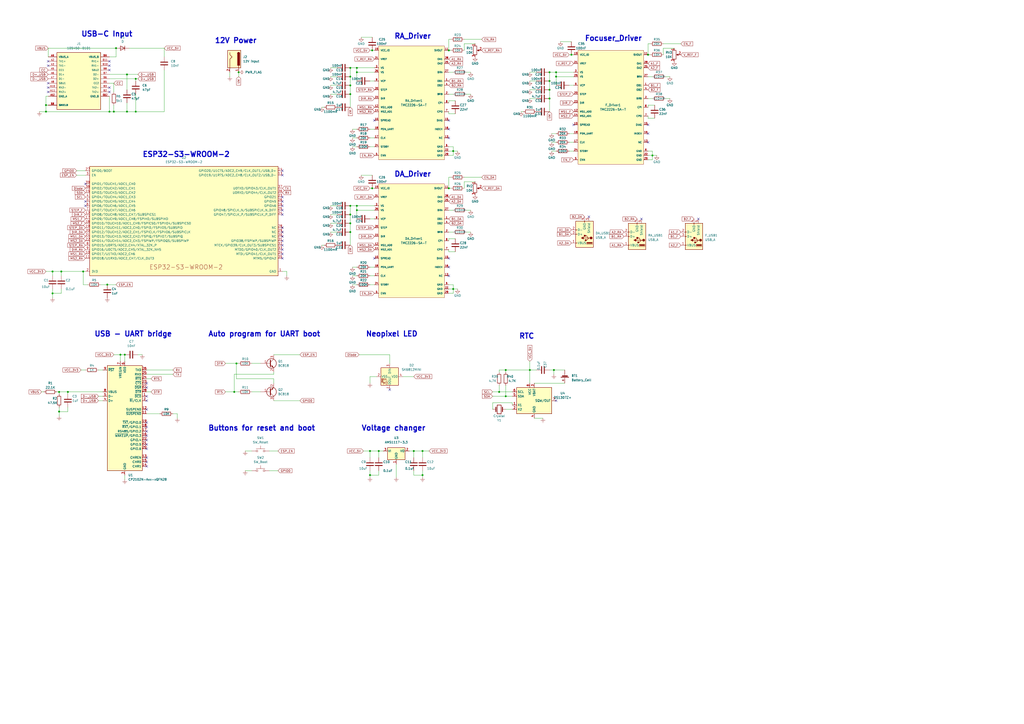
<source format=kicad_sch>
(kicad_sch (version 20230121) (generator eeschema)
  (paper "A2")
  (title_block (title "Dual stepper controller based on ESP32-S3-WROOM-2 module") (date "2023-03-07") (rev "1") (company "Pilar"))
  (junction (at 262.89 167.64))
  (junction (at 262.89 87.63))
  (junction (at 34.29 227.33))
  (junction (at 203.2 134.62))
  (junction (at 66.04 64.77))
  (junction (at 137.16 210.82))
  (junction (at 26.67 64.77))
  (junction (at 203.2 124.46))
  (junction (at 39.37 227.33))
  (junction (at 214.63 261.62))
  (junction (at 322.58 44.45))
  (junction (at 260.35 109.22))
  (junction (at 318.77 46.99))
  (junction (at 207.01 41.91))
  (junction (at 73.66 64.77))
  (junction (at 307.34 214.63))
  (junction (at 62.23 165.1))
  (junction (at 203.2 54.61))
  (junction (at 26.67 60.96))
  (junction (at 260.35 29.21))
  (junction (at 214.63 275.59))
  (junction (at 34.29 238.76))
  (junction (at 72.39 205.74))
  (junction (at 321.31 214.63))
  (junction (at 331.47 31.75))
  (junction (at 203.2 119.38))
  (junction (at 293.37 229.87))
  (junction (at 219.71 261.62))
  (junction (at 322.58 41.91))
  (junction (at 30.48 170.18))
  (junction (at 375.92 31.75))
  (junction (at 207.01 39.37))
  (junction (at 67.31 27.94))
  (junction (at 293.37 214.63))
  (junction (at 138.43 41.91))
  (junction (at 78.74 64.77))
  (junction (at 203.2 49.53))
  (junction (at 78.74 45.72))
  (junction (at 215.9 109.22))
  (junction (at 203.2 44.45))
  (junction (at 48.26 157.48))
  (junction (at 30.48 157.48))
  (junction (at 245.11 275.59))
  (junction (at 240.03 261.62))
  (junction (at 63.5 64.77))
  (junction (at 318.77 52.07))
  (junction (at 207.01 121.92))
  (junction (at 135.89 227.33))
  (junction (at 245.11 261.62))
  (junction (at 203.2 129.54))
  (junction (at 69.85 205.74))
  (junction (at 215.9 29.21))
  (junction (at 289.56 227.33))
  (junction (at 318.77 41.91))
  (junction (at 73.66 43.18))
  (junction (at 378.46 90.17))
  (junction (at 203.2 39.37))
  (junction (at 318.77 57.15))
  (junction (at 207.01 119.38))
  (junction (at 35.56 157.48))
  (no_connect (at 27.94 35.56))
  (no_connect (at 405.13 127))
  (no_connect (at 260.35 69.85))
  (no_connect (at 163.83 121.92))
  (no_connect (at 63.5 50.8))
  (no_connect (at 63.5 35.56))
  (no_connect (at 27.94 53.34))
  (no_connect (at 85.09 232.41))
  (no_connect (at 85.09 237.49))
  (no_connect (at 163.83 132.08))
  (no_connect (at 27.94 50.8))
  (no_connect (at 85.09 250.19))
  (no_connect (at 163.83 119.38))
  (no_connect (at 163.83 137.16))
  (no_connect (at 260.35 80.01))
  (no_connect (at 85.09 252.73))
  (no_connect (at 226.06 226.06))
  (no_connect (at 85.09 247.65))
  (no_connect (at 85.09 257.81))
  (no_connect (at 375.92 82.55))
  (no_connect (at 163.83 124.46))
  (no_connect (at 85.09 267.97))
  (no_connect (at 163.83 101.6))
  (no_connect (at 27.94 48.26))
  (no_connect (at 85.09 260.35))
  (no_connect (at 63.5 53.34))
  (no_connect (at 332.74 72.39))
  (no_connect (at 163.83 134.62))
  (no_connect (at 322.58 232.41))
  (no_connect (at 163.83 144.78))
  (no_connect (at 27.94 38.1))
  (no_connect (at 372.11 127))
  (no_connect (at 163.83 147.32))
  (no_connect (at 260.35 160.02))
  (no_connect (at 163.83 114.3))
  (no_connect (at 63.5 38.1))
  (no_connect (at 163.83 142.24))
  (no_connect (at 85.09 245.11))
  (no_connect (at 260.35 149.86))
  (no_connect (at 163.83 116.84))
  (no_connect (at 85.09 222.25))
  (no_connect (at 260.35 154.94))
  (no_connect (at 49.53 116.84))
  (no_connect (at 217.17 69.85))
  (no_connect (at 49.53 106.68))
  (no_connect (at 63.5 40.64))
  (no_connect (at 163.83 139.7))
  (no_connect (at 85.09 270.51))
  (no_connect (at 341.63 125.73))
  (no_connect (at 260.35 74.93))
  (no_connect (at 85.09 255.27))
  (no_connect (at 217.17 149.86))
  (no_connect (at 85.09 229.87))
  (no_connect (at 49.53 119.38))
  (no_connect (at 375.92 72.39))
  (no_connect (at 163.83 149.86))
  (no_connect (at 163.83 99.06))
  (no_connect (at 85.09 224.79))
  (no_connect (at 85.09 265.43))
  (no_connect (at 375.92 77.47))
  (wire (pts (xy 207.01 154.94) (xy 204.47 154.94)))
  (wire (pts (xy 39.37 238.76) (xy 34.29 238.76)))
  (wire (pts (xy 260.35 87.63) (xy 262.89 87.63)))
  (wire (pts (xy 322.58 82.55) (xy 320.04 82.55)))
  (wire (pts (xy 30.48 167.64) (xy 30.48 170.18)))
  (wire (pts (xy 158.75 219.71) (xy 137.16 219.71)))
  (wire (pts (xy 375.92 60.96) (xy 375.92 62.23)))
  (wire (pts (xy 260.35 167.64) (xy 262.89 167.64)))
  (wire (pts (xy 102.87 240.03) (xy 102.87 242.57)))
  (wire (pts (xy 204.47 165.1) (xy 207.01 165.1)))
  (wire (pts (xy 270.51 121.92) (xy 273.05 121.92)))
  (wire (pts (xy 207.01 160.02) (xy 204.47 160.02)))
  (wire (pts (xy 207.01 41.91) (xy 207.01 46.99)))
  (wire (pts (xy 321.31 214.63) (xy 321.31 217.17)))
  (wire (pts (xy 142.24 273.05) (xy 146.05 273.05)))
  (wire (pts (xy 260.35 58.42) (xy 260.35 59.69)))
  (wire (pts (xy 269.24 29.21) (xy 269.24 25.4)))
  (wire (pts (xy 73.66 52.07) (xy 73.66 43.18)))
  (wire (pts (xy 203.2 54.61) (xy 203.2 62.23)))
  (wire (pts (xy 260.35 165.1) (xy 262.89 165.1)))
  (wire (pts (xy 261.62 102.87) (xy 260.35 102.87)))
  (wire (pts (xy 270.51 54.61) (xy 273.05 54.61)))
  (wire (pts (xy 72.39 205.74) (xy 69.85 205.74)))
  (wire (pts (xy 307.34 41.91) (xy 311.15 41.91)))
  (wire (pts (xy 158.75 217.17) (xy 135.89 217.17)))
  (wire (pts (xy 26.67 157.48) (xy 30.48 157.48)))
  (wire (pts (xy 163.83 157.48) (xy 166.37 157.48)))
  (wire (pts (xy 203.2 119.38) (xy 207.01 119.38)))
  (wire (pts (xy 262.89 167.64) (xy 265.43 167.64)))
  (wire (pts (xy 44.45 99.06) (xy 49.53 99.06)))
  (wire (pts (xy 318.77 214.63) (xy 321.31 214.63)))
  (wire (pts (xy 217.17 39.37) (xy 207.01 39.37)))
  (wire (pts (xy 285.75 237.49) (xy 285.75 233.68)))
  (wire (pts (xy 240.03 261.62) (xy 245.11 261.62)))
  (wire (pts (xy 262.89 85.09) (xy 262.89 87.63)))
  (wire (pts (xy 142.24 261.62) (xy 146.05 261.62)))
  (wire (pts (xy 307.34 57.15) (xy 311.15 57.15)))
  (wire (pts (xy 57.15 229.87) (xy 59.69 229.87)))
  (wire (pts (xy 375.92 60.96) (xy 379.73 60.96)))
  (wire (pts (xy 293.37 229.87) (xy 297.18 229.87)))
  (wire (pts (xy 30.48 157.48) (xy 35.56 157.48)))
  (wire (pts (xy 191.77 134.62) (xy 195.58 134.62)))
  (wire (pts (xy 95.25 40.64) (xy 95.25 64.77)))
  (wire (pts (xy 240.03 273.05) (xy 240.03 275.59)))
  (wire (pts (xy 135.89 227.33) (xy 138.43 227.33)))
  (wire (pts (xy 332.74 77.47) (xy 330.2 77.47)))
  (wire (pts (xy 269.24 109.22) (xy 269.24 105.41)))
  (wire (pts (xy 156.21 273.05) (xy 161.29 273.05)))
  (wire (pts (xy 332.74 82.55) (xy 330.2 82.55)))
  (wire (pts (xy 260.35 54.61) (xy 262.89 54.61)))
  (wire (pts (xy 85.09 214.63) (xy 100.33 214.63)))
  (wire (pts (xy 289.56 223.52) (xy 289.56 227.33)))
  (wire (pts (xy 135.89 217.17) (xy 135.89 227.33)))
  (wire (pts (xy 269.24 22.86) (xy 279.4 22.86)))
  (wire (pts (xy 34.29 227.33) (xy 34.29 228.6)))
  (wire (pts (xy 377.19 25.4) (xy 375.92 25.4)))
  (wire (pts (xy 260.35 29.21) (xy 261.62 29.21)))
  (wire (pts (xy 262.89 167.64) (xy 262.89 170.18)))
  (wire (pts (xy 214.63 127) (xy 217.17 127)))
  (wire (pts (xy 204.47 85.09) (xy 207.01 85.09)))
  (wire (pts (xy 297.18 233.68) (xy 297.18 234.95)))
  (wire (pts (xy 78.74 54.61) (xy 78.74 64.77)))
  (wire (pts (xy 318.77 52.07) (xy 318.77 57.15)))
  (wire (pts (xy 207.01 80.01) (xy 204.47 80.01)))
  (wire (pts (xy 293.37 237.49) (xy 297.18 237.49)))
  (wire (pts (xy 22.86 64.77) (xy 26.67 64.77)))
  (wire (pts (xy 191.77 129.54) (xy 195.58 129.54)))
  (wire (pts (xy 262.89 90.17) (xy 260.35 90.17)))
  (wire (pts (xy 293.37 214.63) (xy 293.37 215.9)))
  (wire (pts (xy 210.82 261.62) (xy 214.63 261.62)))
  (wire (pts (xy 26.67 60.96) (xy 26.67 55.88)))
  (wire (pts (xy 203.2 134.62) (xy 203.2 142.24)))
  (wire (pts (xy 39.37 227.33) (xy 59.69 227.33)))
  (wire (pts (xy 203.2 39.37) (xy 207.01 39.37)))
  (wire (pts (xy 215.9 109.22) (xy 217.17 109.22)))
  (wire (pts (xy 80.01 43.18) (xy 73.66 43.18)))
  (wire (pts (xy 85.09 219.71) (xy 87.63 219.71)))
  (wire (pts (xy 63.5 55.88) (xy 63.5 64.77)))
  (wire (pts (xy 39.37 236.22) (xy 39.37 238.76)))
  (wire (pts (xy 214.63 273.05) (xy 214.63 275.59)))
  (wire (pts (xy 203.2 39.37) (xy 203.2 44.45)))
  (wire (pts (xy 318.77 41.91) (xy 318.77 46.99)))
  (wire (pts (xy 375.92 67.31) (xy 375.92 68.58)))
  (wire (pts (xy 293.37 223.52) (xy 293.37 229.87)))
  (wire (pts (xy 209.55 101.6) (xy 215.9 101.6)))
  (wire (pts (xy 214.63 261.62) (xy 219.71 261.62)))
  (wire (pts (xy 322.58 77.47) (xy 320.04 77.47)))
  (wire (pts (xy 214.63 218.44) (xy 218.44 218.44)))
  (wire (pts (xy 35.56 170.18) (xy 35.56 167.64)))
  (wire (pts (xy 203.2 119.38) (xy 203.2 124.46)))
  (wire (pts (xy 208.28 205.74) (xy 226.06 205.74)))
  (wire (pts (xy 245.11 275.59) (xy 245.11 276.86)))
  (wire (pts (xy 72.39 209.55) (xy 72.39 205.74)))
  (wire (pts (xy 289.56 227.33) (xy 297.18 227.33)))
  (wire (pts (xy 325.12 24.13) (xy 331.47 24.13)))
  (wire (pts (xy 137.16 219.71) (xy 137.16 210.82)))
  (wire (pts (xy 320.04 87.63) (xy 322.58 87.63)))
  (wire (pts (xy 214.63 165.1) (xy 217.17 165.1)))
  (wire (pts (xy 85.09 217.17) (xy 100.33 217.17)))
  (wire (pts (xy 66.04 48.26) (xy 66.04 53.34)))
  (wire (pts (xy 80.01 45.72) (xy 78.74 45.72)))
  (wire (pts (xy 34.29 238.76) (xy 34.29 241.3)))
  (wire (pts (xy 95.25 64.77) (xy 78.74 64.77)))
  (wire (pts (xy 203.2 124.46) (xy 203.2 129.54)))
  (wire (pts (xy 214.63 46.99) (xy 217.17 46.99)))
  (wire (pts (xy 260.35 22.86) (xy 260.35 29.21)))
  (wire (pts (xy 207.01 121.92) (xy 207.01 119.38)))
  (wire (pts (xy 309.88 222.25) (xy 327.66 222.25)))
  (wire (pts (xy 207.01 121.92) (xy 207.01 127)))
  (wire (pts (xy 66.04 64.77) (xy 63.5 64.77)))
  (wire (pts (xy 378.46 87.63) (xy 378.46 90.17)))
  (wire (pts (xy 217.17 119.38) (xy 207.01 119.38)))
  (wire (pts (xy 260.35 109.22) (xy 261.62 109.22)))
  (wire (pts (xy 166.37 157.48) (xy 166.37 160.02)))
  (wire (pts (xy 384.81 31.75) (xy 384.81 27.94)))
  (wire (pts (xy 269.24 105.41) (xy 275.59 105.41)))
  (wire (pts (xy 191.77 124.46) (xy 195.58 124.46)))
  (wire (pts (xy 73.66 59.69) (xy 73.66 64.77)))
  (wire (pts (xy 262.89 170.18) (xy 260.35 170.18)))
  (wire (pts (xy 207.01 74.93) (xy 204.47 74.93)))
  (wire (pts (xy 67.31 27.94) (xy 67.31 33.02)))
  (wire (pts (xy 58.42 165.1) (xy 62.23 165.1)))
  (wire (pts (xy 74.93 27.94) (xy 95.25 27.94)))
  (wire (pts (xy 214.63 275.59) (xy 214.63 276.86)))
  (wire (pts (xy 318.77 41.91) (xy 322.58 41.91)))
  (wire (pts (xy 158.75 205.74) (xy 173.99 205.74)))
  (wire (pts (xy 35.56 157.48) (xy 48.26 157.48)))
  (wire (pts (xy 203.2 44.45) (xy 203.2 49.53)))
  (wire (pts (xy 375.92 31.75) (xy 377.19 31.75)))
  (wire (pts (xy 260.35 58.42) (xy 264.16 58.42)))
  (wire (pts (xy 46.99 214.63) (xy 49.53 214.63)))
  (wire (pts (xy 158.75 232.41) (xy 173.99 232.41)))
  (wire (pts (xy 158.75 219.71) (xy 158.75 222.25)))
  (wire (pts (xy 100.33 240.03) (xy 102.87 240.03)))
  (wire (pts (xy 33.02 227.33) (xy 34.29 227.33)))
  (wire (pts (xy 378.46 92.71) (xy 375.92 92.71)))
  (wire (pts (xy 219.71 275.59) (xy 219.71 273.05)))
  (wire (pts (xy 322.58 44.45) (xy 322.58 49.53)))
  (wire (pts (xy 321.31 214.63) (xy 327.66 214.63)))
  (wire (pts (xy 146.05 227.33) (xy 151.13 227.33)))
  (wire (pts (xy 240.03 261.62) (xy 240.03 265.43)))
  (wire (pts (xy 260.35 134.62) (xy 262.89 134.62)))
  (wire (pts (xy 158.75 215.9) (xy 158.75 217.17)))
  (wire (pts (xy 191.77 44.45) (xy 195.58 44.45)))
  (wire (pts (xy 203.2 49.53) (xy 203.2 54.61)))
  (wire (pts (xy 44.45 101.6) (xy 49.53 101.6)))
  (wire (pts (xy 270.51 41.91) (xy 273.05 41.91)))
  (wire (pts (xy 30.48 170.18) (xy 35.56 170.18)))
  (wire (pts (xy 137.16 210.82) (xy 138.43 210.82)))
  (wire (pts (xy 30.48 170.18) (xy 30.48 172.72)))
  (wire (pts (xy 260.35 102.87) (xy 260.35 109.22)))
  (wire (pts (xy 217.17 121.92) (xy 207.01 121.92)))
  (wire (pts (xy 318.77 46.99) (xy 318.77 52.07)))
  (wire (pts (xy 260.35 85.09) (xy 262.89 85.09)))
  (wire (pts (xy 332.74 44.45) (xy 322.58 44.45)))
  (wire (pts (xy 48.26 157.48) (xy 48.26 165.1)))
  (wire (pts (xy 66.04 60.96) (xy 66.04 64.77)))
  (wire (pts (xy 63.5 48.26) (xy 66.04 48.26)))
  (wire (pts (xy 27.94 27.94) (xy 67.31 27.94)))
  (wire (pts (xy 78.74 45.72) (xy 63.5 45.72)))
  (wire (pts (xy 219.71 261.62) (xy 219.71 265.43)))
  (wire (pts (xy 384.81 27.94) (xy 391.16 27.94)))
  (wire (pts (xy 285.75 229.87) (xy 293.37 229.87)))
  (wire (pts (xy 260.35 138.43) (xy 260.35 139.7)))
  (wire (pts (xy 289.56 214.63) (xy 293.37 214.63)))
  (wire (pts (xy 386.08 44.45) (xy 388.62 44.45)))
  (wire (pts (xy 133.35 41.91) (xy 133.35 44.45)))
  (wire (pts (xy 378.46 90.17) (xy 378.46 92.71)))
  (wire (pts (xy 27.94 33.02) (xy 27.94 27.94)))
  (wire (pts (xy 69.85 205.74) (xy 69.85 209.55)))
  (wire (pts (xy 39.37 227.33) (xy 39.37 228.6)))
  (wire (pts (xy 285.75 233.68) (xy 297.18 233.68)))
  (wire (pts (xy 269.24 25.4) (xy 275.59 25.4)))
  (wire (pts (xy 73.66 64.77) (xy 66.04 64.77)))
  (wire (pts (xy 384.81 25.4) (xy 394.97 25.4)))
  (wire (pts (xy 78.74 45.72) (xy 78.74 46.99)))
  (wire (pts (xy 138.43 41.91) (xy 138.43 44.45)))
  (wire (pts (xy 237.49 261.62) (xy 240.03 261.62)))
  (wire (pts (xy 262.89 87.63) (xy 265.43 87.63)))
  (wire (pts (xy 217.17 154.94) (xy 214.63 154.94)))
  (wire (pts (xy 375.92 57.15) (xy 378.46 57.15)))
  (wire (pts (xy 307.34 209.55) (xy 307.34 214.63)))
  (wire (pts (xy 289.56 214.63) (xy 289.56 215.9)))
  (wire (pts (xy 130.81 227.33) (xy 135.89 227.33)))
  (wire (pts (xy 332.74 41.91) (xy 322.58 41.91)))
  (wire (pts (xy 95.25 27.94) (xy 95.25 33.02)))
  (wire (pts (xy 26.67 60.96) (xy 27.94 60.96)))
  (wire (pts (xy 130.81 210.82) (xy 137.16 210.82)))
  (wire (pts (xy 50.8 165.1) (xy 48.26 165.1)))
  (wire (pts (xy 85.09 240.03) (xy 92.71 240.03)))
  (wire (pts (xy 314.96 242.57) (xy 309.88 242.57)))
  (wire (pts (xy 307.34 214.63) (xy 293.37 214.63)))
  (wire (pts (xy 156.21 261.62) (xy 161.29 261.62)))
  (wire (pts (xy 260.35 138.43) (xy 264.16 138.43)))
  (wire (pts (xy 34.29 227.33) (xy 39.37 227.33)))
  (wire (pts (xy 24.13 227.33) (xy 25.4 227.33)))
  (wire (pts (xy 261.62 22.86) (xy 260.35 22.86)))
  (wire (pts (xy 285.75 227.33) (xy 289.56 227.33)))
  (wire (pts (xy 30.48 160.02) (xy 30.48 157.48)))
  (wire (pts (xy 73.66 43.18) (xy 63.5 43.18)))
  (wire (pts (xy 217.17 74.93) (xy 214.63 74.93)))
  (wire (pts (xy 66.04 205.74) (xy 69.85 205.74)))
  (wire (pts (xy 262.89 87.63) (xy 262.89 90.17)))
  (wire (pts (xy 63.5 64.77) (xy 26.67 64.77)))
  (wire (pts (xy 48.26 157.48) (xy 49.53 157.48)))
  (wire (pts (xy 270.51 134.62) (xy 273.05 134.62)))
  (wire (pts (xy 217.17 160.02) (xy 214.63 160.02)))
  (wire (pts (xy 229.87 269.24) (xy 229.87 276.86)))
  (wire (pts (xy 330.2 31.75) (xy 331.47 31.75)))
  (wire (pts (xy 186.69 62.23) (xy 187.96 62.23)))
  (wire (pts (xy 269.24 102.87) (xy 279.4 102.87)))
  (wire (pts (xy 330.2 49.53) (xy 332.74 49.53)))
  (wire (pts (xy 375.92 25.4) (xy 375.92 31.75)))
  (wire (pts (xy 245.11 261.62) (xy 248.92 261.62)))
  (wire (pts (xy 375.92 44.45) (xy 378.46 44.45)))
  (wire (pts (xy 262.89 165.1) (xy 262.89 167.64)))
  (wire (pts (xy 219.71 261.62) (xy 222.25 261.62)))
  (wire (pts (xy 214.63 85.09) (xy 217.17 85.09)))
  (wire (pts (xy 78.74 64.77) (xy 73.66 64.77)))
  (wire (pts (xy 260.35 41.91) (xy 262.89 41.91)))
  (wire (pts (xy 307.34 52.07) (xy 311.15 52.07)))
  (wire (pts (xy 331.47 31.75) (xy 332.74 31.75)))
  (wire (pts (xy 307.34 214.63) (xy 311.15 214.63)))
  (wire (pts (xy 260.35 121.92) (xy 262.89 121.92)))
  (wire (pts (xy 245.11 275.59) (xy 245.11 273.05)))
  (wire (pts (xy 191.77 54.61) (xy 195.58 54.61)))
  (wire (pts (xy 330.2 87.63) (xy 332.74 87.63)))
  (wire (pts (xy 186.69 142.24) (xy 187.96 142.24)))
  (wire (pts (xy 207.01 41.91) (xy 207.01 39.37)))
  (wire (pts (xy 264.16 66.04) (xy 260.35 66.04)))
  (wire (pts (xy 214.63 109.22) (xy 215.9 109.22)))
  (wire (pts (xy 302.26 64.77) (xy 303.53 64.77)))
  (wire (pts (xy 386.08 57.15) (xy 388.62 57.15)))
  (wire (pts (xy 226.06 205.74) (xy 226.06 210.82)))
  (wire (pts (xy 318.77 57.15) (xy 318.77 64.77)))
  (wire (pts (xy 62.23 165.1) (xy 67.31 165.1)))
  (wire (pts (xy 72.39 275.59) (xy 72.39 278.13)))
  (wire (pts (xy 26.67 64.77) (xy 26.67 60.96)))
  (wire (pts (xy 379.73 68.58) (xy 375.92 68.58)))
  (wire (pts (xy 260.35 64.77) (xy 260.35 66.04)))
  (wire (pts (xy 87.63 227.33) (xy 85.09 227.33)))
  (wire (pts (xy 35.56 160.02) (xy 35.56 157.48)))
  (wire (pts (xy 375.92 90.17) (xy 378.46 90.17)))
  (wire (pts (xy 307.34 214.63) (xy 307.34 222.25)))
  (wire (pts (xy 322.58 44.45) (xy 322.58 41.91)))
  (wire (pts (xy 233.68 218.44) (xy 240.03 218.44)))
  (wire (pts (xy 80.01 205.74) (xy 82.55 205.74)))
  (wire (pts (xy 57.15 214.63) (xy 59.69 214.63)))
  (wire (pts (xy 307.34 46.99) (xy 311.15 46.99)))
  (wire (pts (xy 146.05 210.82) (xy 151.13 210.82)))
  (wire (pts (xy 26.67 55.88) (xy 27.94 55.88)))
  (wire (pts (xy 215.9 29.21) (xy 217.17 29.21)))
  (wire (pts (xy 214.63 261.62) (xy 214.63 265.43)))
  (wire (pts (xy 245.11 261.62) (xy 245.11 265.43)))
  (wire (pts (xy 240.03 275.59) (xy 245.11 275.59)))
  (wire (pts (xy 217.17 41.91) (xy 207.01 41.91)))
  (wire (pts (xy 214.63 29.21) (xy 215.9 29.21)))
  (wire (pts (xy 191.77 49.53) (xy 195.58 49.53)))
  (wire (pts (xy 214.63 222.25) (xy 214.63 218.44)))
  (wire (pts (xy 57.15 232.41) (xy 59.69 232.41)))
  (wire (pts (xy 214.63 275.59) (xy 219.71 275.59)))
  (wire (pts (xy 375.92 87.63) (xy 378.46 87.63)))
  (wire (pts (xy 378.46 90.17) (xy 381 90.17)))
  (wire (pts (xy 209.55 21.59) (xy 215.9 21.59)))
  (wire (pts (xy 217.17 80.01) (xy 214.63 80.01)))
  (wire (pts (xy 191.77 39.37) (xy 195.58 39.37)))
  (wire (pts (xy 203.2 129.54) (xy 203.2 134.62)))
  (wire (pts (xy 260.35 144.78) (xy 260.35 146.05)))
  (wire (pts (xy 264.16 146.05) (xy 260.35 146.05)))
  (wire (pts (xy 191.77 119.38) (xy 195.58 119.38)))
  (wire (pts (xy 34.29 238.76) (xy 34.29 236.22)))
  (wire (pts (xy 63.5 33.02) (xy 67.31 33.02)))
  (text "RTC\n" (at 300.99 196.85 0) (effects (font (size 3 3) (thickness 0.6) bold) (justify left bottom)))
  (text "Voltage changer" (at 209.55 250.19 0) (effects (font (size 3 3) (thickness 0.6) bold) (justify left bottom)))
  (text "Auto program for UART boot\n" (at 120.65 195.58 0) (effects (font (size 3 3) (thickness 0.6) bold) (justify left bottom)))
  (text "USB - UART bridge\n" (at 54.61 195.58 0) (effects (font (size 3 3) (thickness 0.6) bold) (justify left bottom)))
  (text "Focuser_Driver\n" (at 339.09 24.13 0) (effects (font (size 3 3) (thickness 0.6) bold) (justify left bottom)))
  (text "USB-C Input\n" (at 46.99 21.59 0) (effects (font (size 3 3) (thickness 0.6) bold) (justify left bottom)))
  (text "Neopixel LED\n" (at 212.09 195.58 0) (effects (font (size 3 3) (thickness 0.6) bold) (justify left bottom)))
  (text "RA_Driver\n" (at 228.6 22.86 0) (effects (font (size 3 3) (thickness 0.6) bold) (justify left bottom)))
  (text "DA_Driver\n" (at 228.6 102.87 0) (effects (font (size 3 3) (thickness 0.6) bold) (justify left bottom)))
  (text "Buttons for reset and boot\n" (at 120.65 250.19 0) (effects (font (size 3 3) (thickness 0.6) bold) (justify left bottom)))
  (text "ESP32-S3-WROOM-2" (at 82.55 91.44 0) (effects (font (size 3 3) (thickness 0.6) bold) (justify left bottom)))
  (text "12V Power\n" (at 124.46 25.4 0) (effects (font (size 3 3) (thickness 0.6) bold) (justify left bottom)))
  (global_label "A1_RA" (shape input) (at 260.35 34.29 0) (property "Intersheetrefs" "${INTERSHEET_REFS}" (effects hide)) (property "Odnośniki między arkuszami" "${INTERSHEET_REFS}" (effects hide)))
  (global_label "MS2_DA" (shape input) (at 49.53 139.7 180) (property "Intersheetrefs" "${INTERSHEET_REFS}" (effects hide)) (property "Odnośniki między arkuszami" "${INTERSHEET_REFS}" (effects hide)))
  (global_label "B1_F" (shape input) (at 375.92 49.53 0) (property "Intersheetrefs" "${INTERSHEET_REFS}" (effects hide)) (property "Odnośniki między arkuszami" "${INTERSHEET_REFS}" (effects hide)))
  (global_label "D-_USB" (shape input) (at 80.01 43.18 0) (property "Intersheetrefs" "${INTERSHEET_REFS}" (effects hide)) (property "Odnośniki między arkuszami" "${INTERSHEET_REFS}" (effects hide)))
  (global_label "V_REF_RA" (shape input) (at 279.4 29.21 0) (property "Intersheetrefs" "${INTERSHEET_REFS}" (effects hide)) (property "Odnośniki między arkuszami" "${INTERSHEET_REFS}" (effects hide)))
  (global_label "STEP_DA" (shape input) (at 49.53 132.08 180) (property "Intersheetrefs" "${INTERSHEET_REFS}" (effects hide)) (property "Odnośniki między arkuszami" "${INTERSHEET_REFS}" (effects hide)))
  (global_label "DTR" (shape input) (at 87.63 227.33 0) (property "Intersheetrefs" "${INTERSHEET_REFS}" (effects hide)) (property "Odnośniki między arkuszami" "${INTERSHEET_REFS}" (effects hide)))
  (global_label "RTS" (shape input) (at 87.63 219.71 0) (property "Intersheetrefs" "${INTERSHEET_REFS}" (effects hide)) (property "Odnośniki między arkuszami" "${INTERSHEET_REFS}" (effects hide)))
  (global_label "A2_RA" (shape input) (at 260.35 36.83 0) (property "Intersheetrefs" "${INTERSHEET_REFS}" (effects hide)) (property "Odnośniki między arkuszami" "${INTERSHEET_REFS}" (effects hide)))
  (global_label "DTR" (shape input) (at 130.81 210.82 180) (property "Intersheetrefs" "${INTERSHEET_REFS}" (effects hide)) (property "Odnośniki między arkuszami" "${INTERSHEET_REFS}" (effects hide)))
  (global_label "A1_F" (shape input) (at 394.97 134.62 180) (property "Intersheetrefs" "${INTERSHEET_REFS}" (effects hide)) (property "Odnośniki między arkuszami" "${INTERSHEET_REFS}" (effects hide)))
  (global_label "V_REF_RA" (shape input) (at 217.17 34.29 180) (property "Intersheetrefs" "${INTERSHEET_REFS}" (effects hide)) (property "Odnośniki między arkuszami" "${INTERSHEET_REFS}" (effects hide)))
  (global_label "VCC_5V" (shape input) (at 330.2 31.75 180) (property "Intersheetrefs" "${INTERSHEET_REFS}" (effects hide)) (property "Odnośniki między arkuszami" "${INTERSHEET_REFS}" (effects hide)))
  (global_label "VCC_3V3" (shape input) (at 248.92 261.62 0) (property "Intersheetrefs" "${INTERSHEET_REFS}" (effects hide)) (property "Odnośniki między arkuszami" "${INTERSHEET_REFS}" (effects hide)))
  (global_label "DIR_F" (shape input) (at 49.53 124.46 180) (property "Intersheetrefs" "${INTERSHEET_REFS}" (effects hide)) (property "Odnośniki między arkuszami" "${INTERSHEET_REFS}" (effects hide)))
  (global_label "VBUS" (shape input) (at 27.94 27.94 180) (property "Intersheetrefs" "${INTERSHEET_REFS}" (effects hide)) (property "Odnośniki między arkuszami" "${INTERSHEET_REFS}" (effects hide)))
  (global_label "A1_DA" (shape input) (at 331.47 133.35 180) (property "Intersheetrefs" "${INTERSHEET_REFS}" (effects hide)) (property "Odnośniki między arkuszami" "${INTERSHEET_REFS}" (effects hide)))
  (global_label "STEP_F" (shape input) (at 332.74 54.61 180) (property "Intersheetrefs" "${INTERSHEET_REFS}" (effects hide)) (property "Odnośniki między arkuszami" "${INTERSHEET_REFS}" (effects hide)))
  (global_label "A2_F" (shape input) (at 394.97 142.24 180) (property "Intersheetrefs" "${INTERSHEET_REFS}" (effects hide)) (property "Odnośniki między arkuszami" "${INTERSHEET_REFS}" (effects hide)))
  (global_label "B2_RA" (shape input) (at 369.57 127 180) (property "Intersheetrefs" "${INTERSHEET_REFS}" (effects hide)) (property "Odnośniki między arkuszami" "${INTERSHEET_REFS}" (effects hide)))
  (global_label "V_REF_F" (shape input) (at 394.97 31.75 0) (property "Intersheetrefs" "${INTERSHEET_REFS}" (effects hide)) (property "Odnośniki między arkuszami" "${INTERSHEET_REFS}" (effects hide)))
  (global_label "VCC_3V3" (shape input) (at 66.04 205.74 180) (property "Intersheetrefs" "${INTERSHEET_REFS}" (effects hide)) (property "Odnośniki między arkuszami" "${INTERSHEET_REFS}" (effects hide)))
  (global_label "GPIO0" (shape input) (at 44.45 99.06 180) (property "Intersheetrefs" "${INTERSHEET_REFS}" (effects hide)) (property "Odnośniki między arkuszami" "${INTERSHEET_REFS}" (effects hide)))
  (global_label "STEP_F" (shape input) (at 49.53 121.92 180) (property "Intersheetrefs" "${INTERSHEET_REFS}" (effects hide)) (property "Odnośniki między arkuszami" "${INTERSHEET_REFS}" (effects hide)))
  (global_label "B2_DA" (shape input) (at 260.35 129.54 0) (property "Intersheetrefs" "${INTERSHEET_REFS}" (effects hide)) (property "Odnośniki między arkuszami" "${INTERSHEET_REFS}" (effects hide)))
  (global_label "SDA" (shape input) (at 285.75 229.87 180) (property "Intersheetrefs" "${INTERSHEET_REFS}" (effects hide)) (property "Odnośniki między arkuszami" "${INTERSHEET_REFS}" (effects hide)))
  (global_label "MS2_RA" (shape input) (at 49.53 149.86 180) (property "Intersheetrefs" "${INTERSHEET_REFS}" (effects hide)) (property "Odnośniki między arkuszami" "${INTERSHEET_REFS}" (effects hide)))
  (global_label "MS2_F" (shape input) (at 332.74 67.31 180) (property "Intersheetrefs" "${INTERSHEET_REFS}" (effects hide)) (property "Odnośniki między arkuszami" "${INTERSHEET_REFS}" (effects hide)))
  (global_label "MS1_RA" (shape input) (at 217.17 62.23 180) (property "Intersheetrefs" "${INTERSHEET_REFS}" (effects hide)) (property "Odnośniki między arkuszami" "${INTERSHEET_REFS}" (effects hide)))
  (global_label "ESP_EN" (shape input) (at 67.31 165.1 0) (property "Intersheetrefs" "${INTERSHEET_REFS}" (effects hide)) (property "Odnośniki między arkuszami" "${INTERSHEET_REFS}" (effects hide)))
  (global_label "D+_USB" (shape input) (at 57.15 232.41 180) (property "Intersheetrefs" "${INTERSHEET_REFS}" (effects hide)) (property "Odnośniki między arkuszami" "${INTERSHEET_REFS}" (effects hide)))
  (global_label "B2_DA" (shape input) (at 339.09 125.73 180) (property "Intersheetrefs" "${INTERSHEET_REFS}" (effects hide)) (property "Odnośniki między arkuszami" "${INTERSHEET_REFS}" (effects hide)))
  (global_label "TX" (shape input) (at 163.83 109.22 0) (property "Intersheetrefs" "${INTERSHEET_REFS}" (effects hide)) (property "Odnośniki między arkuszami" "${INTERSHEET_REFS}" (effects hide)))
  (global_label "CC" (shape input) (at 27.94 40.64 180) (property "Intersheetrefs" "${INTERSHEET_REFS}" (effects hide)) (property "Odnośniki między arkuszami" "${INTERSHEET_REFS}" (effects hide)))
  (global_label "VCC_5V" (shape input) (at 95.25 27.94 0) (property "Intersheetrefs" "${INTERSHEET_REFS}" (effects hide)) (property "Odnośniki między arkuszami" "${INTERSHEET_REFS}" (effects hide)))
  (global_label "EN_RA" (shape input) (at 279.4 22.86 0) (property "Intersheetrefs" "${INTERSHEET_REFS}" (effects hide)) (property "Odnośniki między arkuszami" "${INTERSHEET_REFS}" (effects hide)))
  (global_label "VCC_3V3" (shape input) (at 26.67 157.48 180) (property "Intersheetrefs" "${INTERSHEET_REFS}" (effects hide)) (property "Odnośniki między arkuszami" "${INTERSHEET_REFS}" (effects hide)))
  (global_label "V_REF_DA" (shape input) (at 279.4 109.22 0) (property "Intersheetrefs" "${INTERSHEET_REFS}" (effects hide)) (property "Odnośniki między arkuszami" "${INTERSHEET_REFS}" (effects hide)))
  (global_label "CC" (shape input) (at 66.04 48.26 0) (property "Intersheetrefs" "${INTERSHEET_REFS}" (effects hide)) (property "Odnośniki między arkuszami" "${INTERSHEET_REFS}" (effects hide)))
  (global_label "VCC_5V" (shape input) (at 214.63 29.21 180) (property "Intersheetrefs" "${INTERSHEET_REFS}" (effects hide)) (property "Odnośniki między arkuszami" "${INTERSHEET_REFS}" (effects hide)))
  (global_label "GPIO0" (shape input) (at 173.99 232.41 0) (property "Intersheetrefs" "${INTERSHEET_REFS}" (effects hide)) (property "Odnośniki między arkuszami" "${INTERSHEET_REFS}" (effects hide)))
  (global_label "B2_RA" (shape input) (at 260.35 49.53 0) (property "Intersheetrefs" "${INTERSHEET_REFS}" (effects hide)) (property "Odnośniki między arkuszami" "${INTERSHEET_REFS}" (effects hide)))
  (global_label "D+_USB" (shape input) (at 27.94 43.18 180) (property "Intersheetrefs" "${INTERSHEET_REFS}" (effects hide)) (property "Odnośniki między arkuszami" "${INTERSHEET_REFS}" (effects hide)))
  (global_label "STEP_RA" (shape input) (at 49.53 142.24 180) (property "Intersheetrefs" "${INTERSHEET_REFS}" (effects hide)) (property "Odnośniki między arkuszami" "${INTERSHEET_REFS}" (effects hide)))
  (global_label "MS1_DA" (shape input) (at 217.17 142.24 180) (property "Intersheetrefs" "${INTERSHEET_REFS}" (effects hide)) (property "Odnośniki między arkuszami" "${INTERSHEET_REFS}" (effects hide)))
  (global_label "B1_RA" (shape input) (at 361.95 137.16 180) (property "Intersheetrefs" "${INTERSHEET_REFS}" (effects hide)) (property "Odnośniki między arkuszami" "${INTERSHEET_REFS}" (effects hide)))
  (global_label "VCC_3V3" (shape input) (at 46.99 214.63 180) (property "Intersheetrefs" "${INTERSHEET_REFS}" (effects hide)) (property "Odnośniki między arkuszami" "${INTERSHEET_REFS}" (effects hide)))
  (global_label "VCC_5V" (shape input) (at 307.34 209.55 90) (property "Intersheetrefs" "${INTERSHEET_REFS}" (effects hide)) (property "Odnośniki między arkuszami" "${INTERSHEET_REFS}" (effects hide)))
  (global_label "ESP_EN" (shape input) (at 173.99 205.74 0) (property "Intersheetrefs" "${INTERSHEET_REFS}" (effects hide)) (property "Odnośniki między arkuszami" "${INTERSHEET_REFS}" (effects hide)))
  (global_label "A2_DA" (shape input) (at 331.47 140.97 180) (property "Intersheetrefs" "${INTERSHEET_REFS}" (effects hide)) (property "Odnośniki między arkuszami" "${INTERSHEET_REFS}" (effects hide)))
  (global_label "Diode" (shape input) (at 208.28 205.74 180) (property "Intersheetrefs" "${INTERSHEET_REFS}" (effects hide)) (property "Odnośniki między arkuszami" "${INTERSHEET_REFS}" (effects hide)))
  (global_label "MS2_RA" (shape input) (at 217.17 64.77 180) (property "Intersheetrefs" "${INTERSHEET_REFS}" (effects hide)) (property "Odnośniki między arkuszami" "${INTERSHEET_REFS}" (effects hide)))
  (global_label "VCC_3V3" (shape input) (at 240.03 218.44 0) (property "Intersheetrefs" "${INTERSHEET_REFS}" (effects hide)) (property "Odnośniki między arkuszami" "${INTERSHEET_REFS}" (effects hide)))
  (global_label "A1_F" (shape input) (at 375.92 36.83 0) (property "Intersheetrefs" "${INTERSHEET_REFS}" (effects hide)) (property "Odnośniki między arkuszami" "${INTERSHEET_REFS}" (effects hide)))
  (global_label "TX" (shape input) (at 100.33 217.17 0) (property "Intersheetrefs" "${INTERSHEET_REFS}" (effects hide)) (property "Odnośniki między arkuszami" "${INTERSHEET_REFS}" (effects hide)))
  (global_label "DIR_DA" (shape input) (at 49.53 134.62 180) (property "Intersheetrefs" "${INTERSHEET_REFS}" (effects hide)) (property "Odnośniki między arkuszami" "${INTERSHEET_REFS}" (effects hide)))
  (global_label "V_REF_DA" (shape input) (at 217.17 114.3 180) (property "Intersheetrefs" "${INTERSHEET_REFS}" (effects hide)) (property "Odnośniki między arkuszami" "${INTERSHEET_REFS}" (effects hide)))
  (global_label "STEP_RA" (shape input) (at 217.17 52.07 180) (property "Intersheetrefs" "${INTERSHEET_REFS}" (effects hide)) (property "Odnośniki między arkuszami" "${INTERSHEET_REFS}" (effects hide)))
  (global_label "A2_F" (shape input) (at 375.92 39.37 0) (property "Intersheetrefs" "${INTERSHEET_REFS}" (effects hide)) (property "Odnośniki między arkuszami" "${INTERSHEET_REFS}" (effects hide)))
  (global_label "VM" (shape input) (at 318.77 64.77 270) (property "Intersheetrefs" "${INTERSHEET_REFS}" (effects hide)) (property "Odnośniki między arkuszami" "${INTERSHEET_REFS}" (effects hide)))
  (global_label "EN_F" (shape input) (at 394.97 25.4 0) (property "Intersheetrefs" "${INTERSHEET_REFS}" (effects hide)) (property "Odnośniki między arkuszami" "${INTERSHEET_REFS}" (effects hide)))
  (global_label "VCC_5V" (shape input) (at 214.63 109.22 180) (property "Intersheetrefs" "${INTERSHEET_REFS}" (effects hide)) (property "Odnośniki między arkuszami" "${INTERSHEET_REFS}" (effects hide)))
  (global_label "MS2_F" (shape input) (at 49.53 129.54 180) (property "Intersheetrefs" "${INTERSHEET_REFS}" (effects hide)) (property "Odnośniki między arkuszami" "${INTERSHEET_REFS}" (effects hide)))
  (global_label "RTS" (shape input) (at 130.81 227.33 180) (property "Intersheetrefs" "${INTERSHEET_REFS}" (effects hide)) (property "Odnośniki między arkuszami" "${INTERSHEET_REFS}" (effects hide)))
  (global_label "ESP_EN" (shape input) (at 44.45 101.6 180) (property "Intersheetrefs" "${INTERSHEET_REFS}" (effects hide)) (property "Odnośniki między arkuszami" "${INTERSHEET_REFS}" (effects hide)))
  (global_label "B2_F" (shape input) (at 402.59 127 180) (property "Intersheetrefs" "${INTERSHEET_REFS}" (effects hide)) (property "Odnośniki między arkuszami" "${INTERSHEET_REFS}" (effects hide)))
  (global_label "MS1_F" (shape input) (at 332.74 64.77 180) (property "Intersheetrefs" "${INTERSHEET_REFS}" (effects hide)) (property "Odnośniki między arkuszami" "${INTERSHEET_REFS}" (effects hide)))
  (global_label "DIR_RA" (shape input) (at 49.53 144.78 180) (property "Intersheetrefs" "${INTERSHEET_REFS}" (effects hide)) (property "Odnośniki między arkuszami" "${INTERSHEET_REFS}" (effects hide)))
  (global_label "D-_USB" (shape input) (at 57.15 229.87 180) (property "Intersheetrefs" "${INTERSHEET_REFS}" (effects hide)) (property "Odnośniki między arkuszami" "${INTERSHEET_REFS}" (effects hide)))
  (global_label "A2_RA" (shape input) (at 361.95 134.62 180) (property "Intersheetrefs" "${INTERSHEET_REFS}" (effects hide)) (property "Odnośniki między arkuszami" "${INTERSHEET_REFS}" (effects hide)))
  (global_label "B1_DA" (shape input) (at 260.35 127 0) (property "Intersheetrefs" "${INTERSHEET_REFS}" (effects hide)) (property "Odnośniki między arkuszami" "${INTERSHEET_REFS}" (effects hide)))
  (global_label "EN_F" (shape input) (at 332.74 92.71 180) (property "Intersheetrefs" "${INTERSHEET_REFS}" (effects hide)) (property "Odnośniki między arkuszami" "${INTERSHEET_REFS}" (effects hide)))
  (global_label "VM" (shape input) (at 203.2 62.23 270) (property "Intersheetrefs" "${INTERSHEET_REFS}" (effects hide)) (property "Odnośniki między arkuszami" "${INTERSHEET_REFS}" (effects hide)))
  (global_label "SCL" (shape input) (at 285.75 227.33 180) (property "Intersheetrefs" "${INTERSHEET_REFS}" (effects hide)) (property "Odnośniki między arkuszami" "${INTERSHEET_REFS}" (effects hide)))
  (global_label "DIR_RA" (shape input) (at 217.17 57.15 180) (property "Intersheetrefs" "${INTERSHEET_REFS}" (effects hide)) (property "Odnośniki między arkuszami" "${INTERSHEET_REFS}" (effects hide)))
  (global_label "VM" (shape input) (at 138.43 44.45 270) (property "Intersheetrefs" "${INTERSHEET_REFS}" (effects hide)) (property "Odnośniki między arkuszami" "${INTERSHEET_REFS}" (effects hide)))
  (global_label "A1_RA" (shape input) (at 361.95 142.24 180) (property "Intersheetrefs" "${INTERSHEET_REFS}" (effects hide)) (property "Odnośniki między arkuszami" "${INTERSHEET_REFS}" (effects hide)))
  (global_label "D-_USB" (shape input) (at 27.94 45.72 180) (property "Intersheetrefs" "${INTERSHEET_REFS}" (effects hide)) (property "Odnośniki między arkuszami" "${INTERSHEET_REFS}" (effects hide)))
  (global_label "STEP_DA" (shape input) (at 217.17 132.08 180) (property "Intersheetrefs" "${INTERSHEET_REFS}" (effects hide)) (property "Odnośniki między arkuszami" "${INTERSHEET_REFS}" (effects hide)))
  (global_label "B1_F" (shape input) (at 394.97 137.16 180) (property "Intersheetrefs" "${INTERSHEET_REFS}" (effects hide)) (property "Odnośniki między arkuszami" "${INTERSHEET_REFS}" (effects hide)))
  (global_label "EN_DA" (shape input) (at 217.17 170.18 180) (property "Intersheetrefs" "${INTERSHEET_REFS}" (effects hide)) (property "Odnośniki między arkuszami" "${INTERSHEET_REFS}" (effects hide)))
  (global_label "VCC_5V" (shape input) (at 210.82 261.62 180) (property "Intersheetrefs" "${INTERSHEET_REFS}" (effects hide)) (property "Odnośniki między arkuszami" "${INTERSHEET_REFS}" (effects hide)))
  (global_label "A2_DA" (shape input) (at 260.35 116.84 0) (property "Intersheetrefs" "${INTERSHEET_REFS}" (effects hide)) (property "Odnośniki między arkuszami" "${INTERSHEET_REFS}" (effects hide)))
  (global_label "DIR_F" (shape input) (at 332.74 59.69 180) (property "Intersheetrefs" "${INTERSHEET_REFS}" (effects hide)) (property "Odnośniki między arkuszami" "${INTERSHEET_REFS}" (effects hide)))
  (global_label "VM" (shape input) (at 203.2 142.24 270) (property "Intersheetrefs" "${INTERSHEET_REFS}" (effects hide)) (property "Odnośniki między arkuszami" "${INTERSHEET_REFS}" (effects hide)))
  (global_label "A1_DA" (shape input) (at 260.35 114.3 0) (property "Intersheetrefs" "${INTERSHEET_REFS}" (effects hide)) (property "Odnośniki między arkuszami" "${INTERSHEET_REFS}" (effects hide)))
  (global_label "ESP_EN" (shape input) (at 161.29 261.62 0) (property "Intersheetrefs" "${INTERSHEET_REFS}" (effects hide)) (property "Odnośniki między arkuszami" "${INTERSHEET_REFS}" (effects hide)))
  (global_label "RX" (shape input) (at 163.83 111.76 0) (property "Intersheetrefs" "${INTERSHEET_REFS}" (effects hide)) (property "Odnośniki między arkuszami" "${INTERSHEET_REFS}" (effects hide)))
  (global_label "GPIO0" (shape input) (at 161.29 273.05 0) (property "Intersheetrefs" "${INTERSHEET_REFS}" (effects hide)) (property "Odnośniki między arkuszami" "${INTERSHEET_REFS}" (effects hide)))
  (global_label "SCL" (shape input) (at 49.53 114.3 180) (property "Intersheetrefs" "${INTERSHEET_REFS}" (effects hide)) (property "Odnośniki między arkuszami" "${INTERSHEET_REFS}" (effects hide)))
  (global_label "SDA" (shape input) (at 49.53 111.76 180) (property "Intersheetrefs" "${INTERSHEET_REFS}" (effects hide)) (property "Odnośniki między arkuszami" "${INTERSHEET_REFS}" (effects hide)))
  (global_label "V_REF_F" (shape input) (at 332.74 36.83 180) (property "Intersheetrefs" "${INTERSHEET_REFS}" (effects hide)) (property "Odnośniki między arkuszami" "${INTERSHEET_REFS}" (effects hide)))
  (global_label "MS2_DA" (shape input) (at 217.17 144.78 180) (property "Intersheetrefs" "${INTERSHEET_REFS}" (effects hide)) (property "Odnośniki między arkuszami" "${INTERSHEET_REFS}" (effects hide)))
  (global_label "DIR_DA" (shape input) (at 217.17 137.16 180) (property "Intersheetrefs" "${INTERSHEET_REFS}" (effects hide)) (property "Odnośniki między arkuszami" "${INTERSHEET_REFS}" (effects hide)))
  (global_label "EN_RA" (shape input) (at 217.17 90.17 180) (property "Intersheetrefs" "${INTERSHEET_REFS}" (effects hide)) (property "Odnośniki między arkuszami" "${INTERSHEET_REFS}" (effects hide)))
  (global_label "MS1_F" (shape input) (at 49.53 127 180) (property "Intersheetrefs" "${INTERSHEET_REFS}" (effects hide)) (property "Odnośniki między arkuszami" "${INTERSHEET_REFS}" (effects hide)))
  (global_label "Diode" (shape input) (at 49.53 109.22 180) (property "Intersheetrefs" "${INTERSHEET_REFS}" (effects hide)) (property "Odnośniki między arkuszami" "${INTERSHEET_REFS}" (effects hide)))
  (global_label "MS1_DA" (shape input) (at 49.53 137.16 180) (property "Intersheetrefs" "${INTERSHEET_REFS}" (effects hide)) (property "Odnośniki między arkuszami" "${INTERSHEET_REFS}" (effects hide)))
  (global_label "B1_RA" (shape input) (at 260.35 46.99 0) (property "Intersheetrefs" "${INTERSHEET_REFS}" (effects hide)) (property "Odnośniki między arkuszami" "${INTERSHEET_REFS}" (effects hide)))
  (global_label "B1_DA" (shape input) (at 331.47 135.89 180) (property "Intersheetrefs" "${INTERSHEET_REFS}" (effects hide)) (property "Odnośniki między arkuszami" "${INTERSHEET_REFS}" (effects hide)))
  (global_label "MS1_RA" (shape input) (at 49.53 147.32 180) (property "Intersheetrefs" "${INTERSHEET_REFS}" (effects hide)) (property "Odnośniki między arkuszami" "${INTERSHEET_REFS}" (effects hide)))
  (global_label "D+_USB" (shape input) (at 80.01 45.72 0) (property "Intersheetrefs" "${INTERSHEET_REFS}" (effects hide)) (property "Odnośniki między arkuszami" "${INTERSHEET_REFS}" (effects hide)))
  (global_label "RX" (shape input) (at 100.33 214.63 0) (property "Intersheetrefs" "${INTERSHEET_REFS}" (effects hide)) (property "Odnośniki między arkuszami" "${INTERSHEET_REFS}" (effects hide)))
  (global_label "VBUS" (shape input) (at 24.13 227.33 180) (property "Intersheetrefs" "${INTERSHEET_REFS}" (effects hide)) (property "Odnośniki między arkuszami" "${INTERSHEET_REFS}" (effects hide)))
  (global_label "B2_F" (shape input) (at 375.92 52.07 0) (property "Intersheetrefs" "${INTERSHEET_REFS}" (effects hide)) (property "Odnośniki między arkuszami" "${INTERSHEET_REFS}" (effects hide)))
  (global_label "EN_DA" (shape input) (at 279.4 102.87 0) (property "Intersheetrefs" "${INTERSHEET_REFS}" (effects hide)) (property "Odnośniki między arkuszami" "${INTERSHEET_REFS}" (effects hide)))
  (symbol (lib_id "Switch:SW_Push") (at 151.13 273.05 0) (unit 1)
    (property "Reference" "SW2" (at 151.13 265.43 0))
    (property "Value" "SW_Boot" (at 151.13 267.97 0))
    (property "Footprint" "Button_Switch_SMD:SW_Push_1P1T_NO_6x6mm_H9.5mm" (effects hide))
  )
  (symbol (lib_id "Device:C") (at 199.39 39.37 90) (unit 1)
    (property "Reference" "C13" (at 196.85 40.64 90))
    (property "Value" "100nF" (at 195.58 38.1 90))
    (property "Footprint" "Capacitor_SMD:C_0603_1608Metric" (effects hide))
  )
  (symbol (lib_id "Device:R") (at 96.52 240.03 90) (unit 1)
    (property "Reference" "R9" (at 96.52 237.49 90))
    (property "Value" "10K" (at 96.52 240.03 90))
    (property "Footprint" "Resistor_SMD:R_0603_1608Metric_Pad0.98x0.95mm_HandSolder" (effects hide))
  )
  (symbol (lib_id "power:Earth") (at 133.35 44.45 0) (unit 1)
    (property "Reference" "#PWR0110" (effects hide))
    (property "Value" "Earth" (effects hide))
  )
  (symbol (lib_id "Timer_RTC:DS1307Z+") (at 309.88 232.41 0) (unit 1)
    (property "Reference" "U4" (at 326.39 228.0793 0))
    (property "Value" "DS1307Z+" (at 326.39 230.6193 0))
    (property "Footprint" "Package_SO:SOIC-8_3.9x4.9mm_P1.27mm" (effects hide))
    (property "Datasheet" "https://datasheets.maximintegrated.com/en/ds/DS1307.pdf" (effects hide))
  )
  (symbol (lib_id "power:GND") (at 191.77 134.62 0) (unit 1)
    (property "Reference" "#PWR0137" (effects hide))
    (property "Value" "GND" (at 189.23 135.89 0))
  )
  (symbol (lib_id "power:GND") (at 320.04 87.63 0) (unit 1)
    (property "Reference" "#PWR08" (effects hide))
    (property "Value" "GND" (at 320.04 91.44 0))
  )
  (symbol (lib_id "power:GND") (at 275.59 113.03 0) (unit 1)
    (property "Reference" "#PWR0122" (effects hide))
    (property "Value" "GND" (at 275.59 116.84 0))
  )
  (symbol (lib_id "Device:R") (at 210.82 80.01 270) (unit 1)
    (property "Reference" "R18" (at 210.82 77.47 90))
    (property "Value" "20K" (at 210.82 80.01 90))
    (property "Footprint" "Resistor_SMD:R_1206_3216Metric_Pad1.30x1.75mm_HandSolder" (effects hide))
  )
  (symbol (lib_id "Device:R_Potentiometer") (at 275.59 29.21 0) (unit 1)
    (property "Reference" "RV1" (at 274.32 27.94 0) (effects (justify right)))
    (property "Value" "10K" (at 274.32 30.48 0) (effects (justify right)))
    (property "Footprint" "Potentiometer_SMD:Potentiometer_Bourns_TC33X_Vertical" (effects hide))
  )
  (symbol (lib_id "Regulator_Linear:AMS1117-3.3") (at 229.87 261.62 0) (unit 1)
    (property "Reference" "U3" (at 229.87 254 0))
    (property "Value" "AMS1117-3.3" (at 229.87 256.54 0))
    (property "Footprint" "Package_TO_SOT_SMD:SOT-223-3_TabPin2" (effects hide))
    (property "Datasheet" "http://www.advanced-monolithic.com/pdf/ds1117.pdf" (effects hide))
  )
  (symbol (lib_id "Device:C") (at 219.71 269.24 0) (unit 1)
    (property "Reference" "C10" (at 222.25 267.97 0) (effects (justify left)))
    (property "Value" "0.1uF" (at 222.25 273.05 0) (effects (justify left)))
    (property "Footprint" "Capacitor_SMD:C_0603_1608Metric" (effects hide))
  )
  (symbol (lib_id "Device:C") (at 215.9 25.4 0) (unit 1)
    (property "Reference" "C25" (at 219.71 22.86 0) (effects (justify left)))
    (property "Value" "100nF" (at 218.44 25.4 0) (effects (justify left)))
    (property "Footprint" "Capacitor_SMD:C_0603_1608Metric" (effects hide))
  )
  (symbol (lib_id "Device:Battery_Cell") (at 327.66 217.17 180) (unit 1)
    (property "Reference" "BT1" (at 331.47 217.9319 0) (effects (justify right)))
    (property "Value" "Battery_Cell" (at 331.47 220.4719 0) (effects (justify right)))
    (property "Footprint" "Battery:BatteryHolder_Keystone_1057_1x2032" (effects hide))
  )
  (symbol (lib_id "power:Earth") (at 321.31 217.17 0) (unit 1)
    (property "Reference" "#PWR015" (effects hide))
    (property "Value" "Earth" (effects hide))
  )
  (symbol (lib_id "Device:C") (at 379.73 64.77 180) (unit 1)
    (property "Reference" "C36" (at 382.27 63.5 0) (effects (justify right)))
    (property "Value" "22nF" (at 382.27 66.04 0) (effects (justify right)))
    (property "Footprint" "Capacitor_SMD:C_0603_1608Metric" (effects hide))
  )
  (symbol (lib_id "Device:R") (at 210.82 165.1 90) (unit 1)
    (property "Reference" "R22" (at 210.82 162.56 90))
    (property "Value" "100K" (at 210.82 165.1 90))
    (property "Footprint" "Resistor_SMD:R_1206_3216Metric_Pad1.30x1.75mm_HandSolder" (effects hide))
  )
  (symbol (lib_id "Device:R") (at 326.39 82.55 270) (unit 1)
    (property "Reference" "R33" (at 326.39 80.01 90))
    (property "Value" "20K" (at 326.39 82.55 90))
    (property "Footprint" "Resistor_SMD:R_1206_3216Metric_Pad1.30x1.75mm_HandSolder" (effects hide))
  )
  (symbol (lib_id "Device:R") (at 326.39 77.47 270) (unit 1)
    (property "Reference" "R32" (at 326.39 74.93 90))
    (property "Value" "20K" (at 326.39 77.47 90))
    (property "Footprint" "Resistor_SMD:R_1206_3216Metric_Pad1.30x1.75mm_HandSolder" (effects hide))
  )
  (symbol (lib_id "Device:C") (at 30.48 163.83 0) (unit 1)
    (property "Reference" "C1" (at 25.4 162.56 0) (effects (justify left)))
    (property "Value" "10uF" (at 24.13 166.37 0) (effects (justify left)))
    (property "Footprint" "Capacitor_SMD:C_1210_3225Metric" (effects hide))
  )
  (symbol (lib_id "Device:R") (at 210.82 154.94 270) (unit 1)
    (property "Reference" "R20" (at 210.82 152.4 90))
    (property "Value" "20K" (at 210.82 154.94 90))
    (property "Footprint" "Resistor_SMD:R_1206_3216Metric_Pad1.30x1.75mm_HandSolder" (effects hide))
  )
  (symbol (lib_id "Device:R") (at 210.82 85.09 90) (unit 1)
    (property "Reference" "R19" (at 210.82 82.55 90))
    (property "Value" "100K" (at 210.82 85.09 90))
    (property "Footprint" "Resistor_SMD:R_1206_3216Metric_Pad1.30x1.75mm_HandSolder" (effects hide))
  )
  (symbol (lib_id "power:Earth") (at 102.87 242.57 0) (unit 1)
    (property "Reference" "#PWR0104" (effects hide))
    (property "Value" "Earth" (effects hide))
  )
  (symbol (lib_id "Device:C") (at 314.96 57.15 90) (unit 1)
    (property "Reference" "C32" (at 312.42 58.42 90))
    (property "Value" "4.7uF" (at 311.15 55.88 90))
    (property "Footprint" "Capacitor_SMD:C_0603_1608Metric" (effects hide))
  )
  (symbol (lib_id "Device:R_Potentiometer") (at 275.59 109.22 0) (unit 1)
    (property "Reference" "RV2" (at 274.32 107.95 0) (effects (justify right)))
    (property "Value" "10K" (at 274.32 110.49 0) (effects (justify right)))
    (property "Footprint" "Potentiometer_SMD:Potentiometer_Bourns_TC33X_Vertical" (effects hide))
  )
  (symbol (lib_id "power:GND") (at 388.62 57.15 0) (unit 1)
    (property "Reference" "#PWR012" (effects hide))
    (property "Value" "GND" (at 388.62 60.96 0))
  )
  (symbol (lib_id "power:GND") (at 186.69 62.23 0) (unit 1)
    (property "Reference" "#PWR0130" (effects hide))
    (property "Value" "GND" (at 184.15 63.5 0))
  )
  (symbol (lib_id "Device:R") (at 293.37 219.71 180) (unit 1)
    (property "Reference" "R40" (at 295.91 218.44 0))
    (property "Value" "4.7K" (at 297.18 220.98 0))
    (property "Footprint" "Resistor_SMD:R_0603_1608Metric_Pad0.98x0.95mm_HandSolder" (effects hide))
  )
  (symbol (lib_id "TMC2226:TMC2226-SA-T") (at 330.2 31.75 0) (unit 1)
    (property "Reference" "F_Driver1" (at 355.6 60.96 0))
    (property "Value" "TMC2226-SA-T" (at 355.6 63.5 0))
    (property "Footprint" "TMC-2226:Trinamic-TMC2226-SA-T-IPC_B" (effects hide))
    (property "Datasheet" "https://www.trinamic.com/fileadmin/assets/Products/ICs_Documents/TMC2226_Datasheet_V106.pdf" (effects hide))
    (property "automotive" "No" (effects hide))
    (property "category" "IC" (effects hide))
    (property "device class L1" "Integrated Circuits (ICs)" (effects hide))
    (property "device class L2" "Power Management ICs" (effects hide))
    (property "device class L3" "Motor Drivers" (effects hide))
    (property "digikey description" "IC MTR DRV 4.75-29V HTSSOP28" (effects hide))
    (property "digikey part number" "1460-TMC2226-SA-T-ND" (effects hide))
    (property "height" "1.2mm" (effects hide))
    (property "ipc land pattern name" "SOP65P640X120-28" (effects hide))
    (property "lead free" "Yes" (effects hide))
    (property "library id" "08442e1f8df17f0d" (effects hide))
    (property "manufacturer" "Trinamic" (effects hide))
    (property "max junction temp" "+125°C" (effects hide))
    (property "max supply voltage" "29V" (effects hide))
    (property "min supply voltage" "3V" (effects hide))
    (property "motor type" "Stepper" (effects hide))
    (property "mouser part number" "700-TMC2226-SA-T" (effects hide))
    (property "nominal supply current" "160-7500uA" (effects hide))
    (property "number of outputs" "1" (effects hide))
    (property "output current" "2A" (effects hide))
    (property "package" "HTSSOP28" (effects hide))
    (property "rohs" "Yes" (effects hide))
    (property "standoff height" "0.05mm" (effects hide))
    (property "switching frequency" "15.6-87.8kHz" (effects hide))
    (property "temperature range high" "+125°C" (effects hide))
    (property "temperature range low" "-40°C" (effects hide))
  )
  (symbol (lib_id "TMC2226:TMC2226-SA-T") (at 214.63 109.22 0) (unit 1)
    (property "Reference" "DA_Driver1" (at 240.03 138.43 0))
    (property "Value" "TMC2226-SA-T" (at 240.03 140.97 0))
    (property "Footprint" "TMC-2226:Trinamic-TMC2226-SA-T-IPC_B" (effects hide))
    (property "Datasheet" "https://www.trinamic.com/fileadmin/assets/Products/ICs_Documents/TMC2226_Datasheet_V106.pdf" (effects hide))
    (property "automotive" "No" (effects hide))
    (property "category" "IC" (effects hide))
    (property "device class L1" "Integrated Circuits (ICs)" (effects hide))
    (property "device class L2" "Power Management ICs" (effects hide))
    (property "device class L3" "Motor Drivers" (effects hide))
    (property "digikey description" "IC MTR DRV 4.75-29V HTSSOP28" (effects hide))
    (property "digikey part number" "1460-TMC2226-SA-T-ND" (effects hide))
    (property "height" "1.2mm" (effects hide))
    (property "ipc land pattern name" "SOP65P640X120-28" (effects hide))
    (property "lead free" "Yes" (effects hide))
    (property "library id" "08442e1f8df17f0d" (effects hide))
    (property "manufacturer" "Trinamic" (effects hide))
    (property "max junction temp" "+125°C" (effects hide))
    (property "max supply voltage" "29V" (effects hide))
    (property "min supply voltage" "3V" (effects hide))
    (property "motor type" "Stepper" (effects hide))
    (property "mouser part number" "700-TMC2226-SA-T" (effects hide))
    (property "nominal supply current" "160-7500uA" (effects hide))
    (property "number of outputs" "1" (effects hide))
    (property "output current" "2A" (effects hide))
    (property "package" "HTSSOP28" (effects hide))
    (property "rohs" "Yes" (effects hide))
    (property "standoff height" "0.05mm" (effects hide))
    (property "switching frequency" "15.6-87.8kHz" (effects hide))
    (property "temperature range high" "+125°C" (effects hide))
    (property "temperature range low" "-40°C" (effects hide))
  )
  (symbol (lib_id "power:GND") (at 191.77 39.37 0) (unit 1)
    (property "Reference" "#PWR0126" (effects hide))
    (property "Value" "GND" (at 189.23 40.64 0))
  )
  (symbol (lib_id "power:Earth") (at 30.48 172.72 0) (unit 1)
    (property "Reference" "#PWR0108" (effects hide))
    (property "Value" "Earth" (effects hide))
  )
  (symbol (lib_id "Device:C") (at 314.96 214.63 270) (unit 1)
    (property "Reference" "C37" (at 316.23 209.55 0) (effects (justify left)))
    (property "Value" "0.1uf" (at 312.42 209.55 0) (effects (justify left)))
    (property "Footprint" "Capacitor_SMD:C_1210_3225Metric" (effects hide))
  )
  (symbol (lib_id "Device:R") (at 53.34 214.63 90) (unit 1)
    (property "Reference" "R4" (at 53.34 212.09 90))
    (property "Value" "1K" (at 53.34 214.63 90))
    (property "Footprint" "Resistor_SMD:R_0603_1608Metric_Pad0.98x0.95mm_HandSolder" (effects hide))
  )
  (symbol (lib_id "Device:C") (at 210.82 127 90) (unit 1)
    (property "Reference" "C24" (at 208.28 128.27 90))
    (property "Value" "100nF" (at 207.01 125.73 90))
    (property "Footprint" "Capacitor_SMD:C_0603_1608Metric" (effects hide))
  )
  (symbol (lib_id "Device:C") (at 326.39 49.53 90) (unit 1)
    (property "Reference" "C34" (at 323.85 50.8 90))
    (property "Value" "100nF" (at 322.58 48.26 90))
    (property "Footprint" "Capacitor_SMD:C_0603_1608Metric" (effects hide))
  )
  (symbol (lib_id "Device:R") (at 381 31.75 90) (unit 1)
    (property "Reference" "R36" (at 381 29.21 90))
    (property "Value" "10K" (at 381 31.75 90))
    (property "Footprint" "Resistor_SMD:R_1206_3216Metric_Pad1.30x1.75mm_HandSolder" (effects hide))
  )
  (symbol (lib_id "power:GND") (at 209.55 101.6 0) (unit 1)
    (property "Reference" "#PWR0132" (effects hide))
    (property "Value" "GND" (at 209.55 105.41 0))
  )
  (symbol (lib_id "power:GND") (at 204.47 154.94 0) (unit 1)
    (property "Reference" "#PWR0135" (effects hide))
    (property "Value" "GND" (at 204.47 158.75 0))
  )
  (symbol (lib_id "Device:C") (at 78.74 50.8 0) (unit 1)
    (property "Reference" "C6" (at 82.55 49.5299 0) (effects (justify left)))
    (property "Value" "47pF" (at 82.55 52.0699 0) (effects (justify left)))
    (property "Footprint" "Capacitor_SMD:C_0603_1608Metric" (effects hide))
  )
  (symbol (lib_id "Device:C") (at 264.16 142.24 180) (unit 1)
    (property "Reference" "C28" (at 266.7 140.97 0) (effects (justify right)))
    (property "Value" "22nF" (at 266.7 143.51 0) (effects (justify right)))
    (property "Footprint" "Capacitor_SMD:C_0603_1608Metric" (effects hide))
  )
  (symbol (lib_id "Device:C") (at 240.03 269.24 0) (unit 1)
    (property "Reference" "C11" (at 234.95 267.97 0) (effects (justify left)))
    (property "Value" "0.1uf" (at 234.95 271.78 0) (effects (justify left)))
    (property "Footprint" "Capacitor_SMD:C_0603_1608Metric" (effects hide))
  )
  (symbol (lib_id "Connector:USB_A") (at 339.09 135.89 180) (unit 1)
    (property "Reference" "DA_USB1" (at 345.44 135.255 0) (effects (justify right)))
    (property "Value" "USB_A" (at 345.44 137.795 0) (effects (justify right)))
    (property "Footprint" "Connector_USB:USB_A_Molex_67643_Horizontal" (effects hide))
    (property "Datasheet" " ~" (effects hide))
  )
  (symbol (lib_id "Device:R") (at 265.43 109.22 90) (unit 1)
    (property "Reference" "R26" (at 265.43 106.68 90))
    (property "Value" "10K" (at 265.43 109.22 90))
    (property "Footprint" "Resistor_SMD:R_1206_3216Metric_Pad1.30x1.75mm_HandSolder" (effects hide))
  )
  (symbol (lib_id "Device:R") (at 265.43 102.87 90) (unit 1)
    (property "Reference" "R25" (at 265.43 100.33 90))
    (property "Value" "20K" (at 265.43 102.87 90))
    (property "Footprint" "Resistor_SMD:R_1206_3216Metric_Pad1.30x1.75mm_HandSolder" (effects hide))
  )
  (symbol (lib_id "power:Earth") (at 214.63 222.25 0) (unit 1)
    (property "Reference" "#PWR0113" (effects hide))
    (property "Value" "Earth" (effects hide))
  )
  (symbol (lib_id "power:GND") (at 204.47 165.1 0) (unit 1)
    (property "Reference" "#PWR0134" (effects hide))
    (property "Value" "GND" (at 204.47 168.91 0))
  )
  (symbol (lib_id "TMC2226:TMC2226-SA-T") (at 214.63 29.21 0) (unit 1)
    (property "Reference" "RA_Driver1" (at 240.03 58.42 0))
    (property "Value" "TMC2226-SA-T" (at 240.03 60.96 0))
    (property "Footprint" "TMC-2226:Trinamic-TMC2226-SA-T-IPC_B" (effects hide))
    (property "Datasheet" "https://www.trinamic.com/fileadmin/assets/Products/ICs_Documents/TMC2226_Datasheet_V106.pdf" (effects hide))
    (property "automotive" "No" (effects hide))
    (property "category" "IC" (effects hide))
    (property "device class L1" "Integrated Circuits (ICs)" (effects hide))
    (property "device class L2" "Power Management ICs" (effects hide))
    (property "device class L3" "Motor Drivers" (effects hide))
    (property "digikey description" "IC MTR DRV 4.75-29V HTSSOP28" (effects hide))
    (property "digikey part number" "1460-TMC2226-SA-T-ND" (effects hide))
    (property "height" "1.2mm" (effects hide))
    (property "ipc land pattern name" "SOP65P640X120-28" (effects hide))
    (property "lead free" "Yes" (effects hide))
    (property "library id" "08442e1f8df17f0d" (effects hide))
    (property "manufacturer" "Trinamic" (effects hide))
    (property "max junction temp" "+125°C" (effects hide))
    (property "max supply voltage" "29V" (effects hide))
    (property "min supply voltage" "3V" (effects hide))
    (property "motor type" "Stepper" (effects hide))
    (property "mouser part number" "700-TMC2226-SA-T" (effects hide))
    (property "nominal supply current" "160-7500uA" (effects hide))
    (property "number of outputs" "1" (effects hide))
    (property "output current" "2A" (effects hide))
    (property "package" "HTSSOP28" (effects hide))
    (property "rohs" "Yes" (effects hide))
    (property "standoff height" "0.05mm" (effects hide))
    (property "switching frequency" "15.6-87.8kHz" (effects hide))
    (property "temperature range high" "+125°C" (effects hide))
    (property "temperature range low" "-40°C" (effects hide))
  )
  (symbol (lib_id "Device:C") (at 199.39 62.23 90) (unit 1)
    (property "Reference" "C17" (at 196.85 63.5 90))
    (property "Value" "1uF" (at 196.85 60.96 90))
    (property "Footprint" "Capacitor_SMD:C_0603_1608Metric" (effects hide))
  )
  (symbol (lib_id "power:GND") (at 381 90.17 0) (unit 1)
    (property "Reference" "#PWR010" (effects hide))
    (property "Value" "GND" (at 381 93.98 0))
  )
  (symbol (lib_id "power:GND") (at 302.26 64.77 0) (unit 1)
    (property "Reference" "#PWR01" (effects hide))
    (property "Value" "GND" (at 299.72 66.04 0))
  )
  (symbol (lib_id "power:PWR_FLAG") (at 138.43 41.91 270) (unit 1)
    (property "Reference" "#FLG0101" (effects hide))
    (property "Value" "PWR_FLAG" (at 142.24 41.9099 90) (effects (justify left)))
  )
  (symbol (lib_id "Device:C") (at 199.39 142.24 90) (unit 1)
    (property "Reference" "C22" (at 196.85 143.51 90))
    (property "Value" "1uF" (at 196.85 140.97 90))
    (property "Footprint" "Capacitor_SMD:C_0603_1608Metric" (effects hide))
  )
  (symbol (lib_id "Device:C") (at 35.56 163.83 0) (unit 1)
    (property "Reference" "C2" (at 38.1 162.56 0) (effects (justify left)))
    (property "Value" "0.1uF" (at 38.1 167.64 0) (effects (justify left)))
    (property "Footprint" "Capacitor_SMD:C_0603_1608Metric" (effects hide))
  )
  (symbol (lib_id "power:GND") (at 325.12 24.13 0) (unit 1)
    (property "Reference" "#PWR09" (effects hide))
    (property "Value" "GND" (at 325.12 27.94 0))
  )
  (symbol (lib_id "Device:C") (at 199.39 134.62 90) (unit 1)
    (property "Reference" "C21" (at 196.85 135.89 90))
    (property "Value" "4.7uF" (at 195.58 133.35 90))
    (property "Footprint" "Capacitor_SMD:C_0603_1608Metric" (effects hide))
  )
  (symbol (lib_id "Device:R_Potentiometer") (at 391.16 31.75 0) (unit 1)
    (property "Reference" "RV3" (at 389.89 30.48 0) (effects (justify right)))
    (property "Value" "10K" (at 389.89 33.02 0) (effects (justify right)))
    (property "Footprint" "Potentiometer_SMD:Potentiometer_Bourns_TC33X_Vertical" (effects hide))
  )
  (symbol (lib_id "power:GND") (at 191.77 49.53 0) (unit 1)
    (property "Reference" "#PWR0124" (effects hide))
    (property "Value" "GND" (at 189.23 50.8 0))
  )
  (symbol (lib_id "power:GND") (at 191.77 124.46 0) (unit 1)
    (property "Reference" "#PWR0140" (effects hide))
    (property "Value" "GND" (at 189.23 125.73 0))
  )
  (symbol (lib_id "power:Earth") (at 82.55 205.74 0) (unit 1)
    (property "Reference" "#PWR0103" (effects hide))
    (property "Value" "Earth" (effects hide))
  )
  (symbol (lib_id "Device:C") (at 199.39 44.45 90) (unit 1)
    (property "Reference" "C14" (at 196.85 45.72 90))
    (property "Value" "100nF" (at 195.58 43.18 90))
    (property "Footprint" "Capacitor_SMD:C_0603_1608Metric" (effects hide))
  )
  (symbol (lib_id "power:GND") (at 204.47 80.01 0) (unit 1)
    (property "Reference" "#PWR0127" (effects hide))
    (property "Value" "GND" (at 204.47 83.82 0))
  )
  (symbol (lib_id "power:Earth") (at 314.96 242.57 0) (unit 1)
    (property "Reference" "#PWR014" (effects hide))
    (property "Value" "Earth" (effects hide))
  )
  (symbol (lib_id "Device:R") (at 191.77 142.24 90) (unit 1)
    (property "Reference" "R16" (at 191.77 139.7 90))
    (property "Value" "1100mR" (at 191.77 144.78 90))
    (property "Footprint" "Resistor_SMD:R_1206_3216Metric_Pad1.30x1.75mm_HandSolder" (effects hide))
  )
  (symbol (lib_id "Transistor_BJT:BC818") (at 156.21 210.82 0) (unit 1)
    (property "Reference" "Q1" (at 161.29 209.5499 0) (effects (justify left)))
    (property "Value" "BC818" (at 161.29 212.0899 0) (effects (justify left)))
    (property "Footprint" "Package_TO_SOT_SMD:SOT-23" (effects hide))
    (property "Datasheet" "https://www.onsemi.com/pub/Collateral/BC818-D.pdf" (effects hide))
  )
  (symbol (lib_id "Device:C") (at 199.39 49.53 90) (unit 1)
    (property "Reference" "C15" (at 196.85 50.8 90))
    (property "Value" "4.7uF" (at 195.58 48.26 90))
    (property "Footprint" "Capacitor_SMD:C_0603_1608Metric" (effects hide))
  )
  (symbol (lib_id "Device:C") (at 39.37 232.41 180) (unit 1)
    (property "Reference" "C3" (at 41.91 229.87 0) (effects (justify right)))
    (property "Value" "1uF" (at 41.91 232.41 0) (effects (justify right)))
    (property "Footprint" "Capacitor_SMD:C_0603_1608Metric" (effects hide))
  )
  (symbol (lib_id "Device:C") (at 314.96 64.77 90) (unit 1)
    (property "Reference" "C33" (at 312.42 66.04 90))
    (property "Value" "1uF" (at 312.42 63.5 90))
    (property "Footprint" "Capacitor_SMD:C_0603_1608Metric" (effects hide))
  )
  (symbol (lib_id "power:GND") (at 273.05 41.91 0) (unit 1)
    (property "Reference" "#PWR0119" (effects hide))
    (property "Value" "GND" (at 273.05 45.72 0))
  )
  (symbol (lib_id "power:GND") (at 307.34 46.99 0) (unit 1)
    (property "Reference" "#PWR03" (effects hide))
    (property "Value" "GND" (at 304.8 48.26 0))
  )
  (symbol (lib_id "Device:C") (at 314.96 41.91 90) (unit 1)
    (property "Reference" "C29" (at 312.42 43.18 90))
    (property "Value" "100nF" (at 311.15 40.64 90))
    (property "Footprint" "Capacitor_SMD:C_0603_1608Metric" (effects hide))
  )
  (symbol (lib_id "Device:R") (at 266.7 41.91 90) (unit 1)
    (property "Reference" "R27" (at 266.7 39.37 90))
    (property "Value" "110mR" (at 266.7 41.91 90))
    (property "Footprint" "Resistor_SMD:R_0805_2012Metric_Pad1.20x1.40mm_HandSolder" (effects hide))
  )
  (symbol (lib_id "Device:R") (at 265.43 22.86 90) (unit 1)
    (property "Reference" "R23" (at 265.43 20.32 90))
    (property "Value" "20K" (at 265.43 22.86 90))
    (property "Footprint" "Resistor_SMD:R_1206_3216Metric_Pad1.30x1.75mm_HandSolder" (effects hide))
  )
  (symbol (lib_id "Device:R") (at 266.7 54.61 90) (unit 1)
    (property "Reference" "R28" (at 266.7 52.07 90))
    (property "Value" "110mR" (at 266.7 54.61 90))
    (property "Footprint" "Resistor_SMD:R_0805_2012Metric_Pad1.20x1.40mm_HandSolder" (effects hide))
  )
  (symbol (lib_id "Connector:Barrel_Jack") (at 135.89 34.29 270) (unit 1)
    (property "Reference" "J2" (at 140.97 33.0199 90) (effects (justify left)))
    (property "Value" "12V input" (at 140.97 35.56 90) (effects (justify left)))
    (property "Footprint" "Connector_BarrelJack:BarrelJack_Horizontal" (effects hide))
  )
  (symbol (lib_id "power:GND") (at 204.47 160.02 0) (unit 1)
    (property "Reference" "#PWR0133" (effects hide))
    (property "Value" "GND" (at 204.47 163.83 0))
  )
  (symbol (lib_id "Connector:USB_A") (at 369.57 137.16 180) (unit 1)
    (property "Reference" "RA_USB1" (at 375.92 136.525 0) (effects (justify right)))
    (property "Value" "USB_A" (at 375.92 139.065 0) (effects (justify right)))
    (property "Footprint" "Connector_USB:USB_A_Molex_67643_Horizontal" (effects hide))
    (property "Datasheet" " ~" (effects hide))
  )
  (symbol (lib_id "Device:C") (at 215.9 105.41 0) (unit 1)
    (property "Reference" "C26" (at 219.71 102.87 0) (effects (justify left)))
    (property "Value" "100nF" (at 218.44 105.41 0) (effects (justify left)))
    (property "Footprint" "Capacitor_SMD:C_0603_1608Metric" (effects hide))
  )
  (symbol (lib_id "Device:R") (at 29.21 227.33 90) (unit 1)
    (property "Reference" "R1" (at 29.21 222.25 90))
    (property "Value" "22.1K" (at 29.21 224.79 90))
    (property "Footprint" "Resistor_SMD:R_0603_1608Metric_Pad0.98x0.95mm_HandSolder" (effects hide))
  )
  (symbol (lib_id "Device:D") (at 71.12 27.94 180) (unit 1)
    (property "Reference" "D1" (at 71.12 21.59 0))
    (property "Value" "D" (at 71.12 24.13 0))
    (property "Footprint" "Diode_SMD:D_SOD-323" (effects hide))
  )
  (symbol (lib_id "Device:R") (at 381 25.4 90) (unit 1)
    (property "Reference" "R35" (at 381 22.86 90))
    (property "Value" "20K" (at 381 25.4 90))
    (property "Footprint" "Resistor_SMD:R_1206_3216Metric_Pad1.30x1.75mm_HandSolder" (effects hide))
  )
  (symbol (lib_id "Device:R") (at 210.82 74.93 270) (unit 1)
    (property "Reference" "R17" (at 210.82 72.39 90))
    (property "Value" "20K" (at 210.82 74.93 90))
    (property "Footprint" "Resistor_SMD:R_1206_3216Metric_Pad1.30x1.75mm_HandSolder" (effects hide))
  )
  (symbol (lib_id "power:GND") (at 320.04 82.55 0) (unit 1)
    (property "Reference" "#PWR07" (effects hide))
    (property "Value" "GND" (at 320.04 86.36 0))
  )
  (symbol (lib_id "power:GND") (at 191.77 119.38 0) (unit 1)
    (property "Reference" "#PWR0139" (effects hide))
    (property "Value" "GND" (at 189.23 120.65 0))
  )
  (symbol (lib_id "Device:R") (at 210.82 160.02 270) (unit 1)
    (property "Reference" "R21" (at 210.82 157.48 90))
    (property "Value" "20K" (at 210.82 160.02 90))
    (property "Footprint" "Resistor_SMD:R_1206_3216Metric_Pad1.30x1.75mm_HandSolder" (effects hide))
  )
  (symbol (lib_id "power:Earth") (at 214.63 276.86 0) (unit 1)
    (property "Reference" "#PWR0114" (effects hide))
    (property "Value" "Earth" (effects hide))
  )
  (symbol (lib_id "power:GND") (at 191.77 44.45 0) (unit 1)
    (property "Reference" "#PWR0125" (effects hide))
    (property "Value" "GND" (at 189.23 45.72 0))
  )
  (symbol (lib_id "power:Earth") (at 34.29 241.3 0) (unit 1)
    (property "Reference" "#PWR0102" (effects hide))
    (property "Value" "Earth" (effects hide))
  )
  (symbol (lib_id "power:GND") (at 275.59 33.02 0) (unit 1)
    (property "Reference" "#PWR0118" (effects hide))
    (property "Value" "GND" (at 275.59 36.83 0))
  )
  (symbol (lib_id "Device:C") (at 199.39 119.38 90) (unit 1)
    (property "Reference" "C18" (at 196.85 120.65 90))
    (property "Value" "100nF" (at 195.58 118.11 90))
    (property "Footprint" "Capacitor_SMD:C_0603_1608Metric" (effects hide))
  )
  (symbol (lib_id "Device:C") (at 264.16 62.23 180) (unit 1)
    (property "Reference" "C27" (at 266.7 60.96 0) (effects (justify right)))
    (property "Value" "22nF" (at 266.7 63.5 0) (effects (justify right)))
    (property "Footprint" "Capacitor_SMD:C_0603_1608Metric" (effects hide))
  )
  (symbol (lib_id "power:Earth") (at 62.23 172.72 0) (unit 1)
    (property "Reference" "#PWR0109" (effects hide))
    (property "Value" "Earth" (effects hide))
  )
  (symbol (lib_id "power:Earth") (at 166.37 160.02 0) (unit 1)
    (property "Reference" "#PWR0111" (effects hide))
    (property "Value" "Earth" (effects hide))
  )
  (symbol (lib_id "Device:C") (at 214.63 269.24 0) (unit 1)
    (property "Reference" "C9" (at 209.55 267.97 0) (effects (justify left)))
    (property "Value" "10uF" (at 208.28 271.78 0) (effects (justify left)))
    (property "Footprint" "Capacitor_SMD:C_1210_3225Metric" (effects hide))
  )
  (symbol (lib_id "Device:R") (at 266.7 121.92 90) (unit 1)
    (property "Reference" "R29" (at 266.7 119.38 90))
    (property "Value" "110mR" (at 266.7 121.92 90))
    (property "Footprint" "Resistor_SMD:R_0805_2012Metric_Pad1.20x1.40mm_HandSolder" (effects hide))
  )
  (symbol (lib_id "Device:R") (at 382.27 44.45 90) (unit 1)
    (property "Reference" "R37" (at 382.27 41.91 90))
    (property "Value" "110mR" (at 382.27 44.45 90))
    (property "Footprint" "Resistor_SMD:R_0805_2012Metric_Pad1.20x1.40mm_HandSolder" (effects hide))
  )
  (symbol (lib_id "Device:C") (at 199.39 129.54 90) (unit 1)
    (property "Reference" "C20" (at 196.85 130.81 90))
    (property "Value" "4.7uF" (at 195.58 128.27 90))
    (property "Footprint" "Capacitor_SMD:C_0603_1608Metric" (effects hide))
  )
  (symbol (lib_id "Device:C") (at 199.39 124.46 90) (unit 1)
    (property "Reference" "C19" (at 196.85 125.73 90))
    (property "Value" "100nF" (at 195.58 123.19 90))
    (property "Footprint" "Capacitor_SMD:C_0603_1608Metric" (effects hide))
  )
  (symbol (lib_id "power:Earth") (at 142.24 273.05 0) (unit 1)
    (property "Reference" "#PWR0107" (effects hide))
    (property "Value" "Earth" (effects hide))
  )
  (symbol (lib_id "power:GND") (at 273.05 134.62 0) (unit 1)
    (property "Reference" "#PWR0121" (effects hide))
    (property "Value" "GND" (at 273.05 138.43 0))
  )
  (symbol (lib_id "Device:C") (at 331.47 27.94 0) (unit 1)
    (property "Reference" "C35" (at 335.28 25.4 0) (effects (justify left)))
    (property "Value" "100nF" (at 334.01 27.94 0) (effects (justify left)))
    (property "Footprint" "Capacitor_SMD:C_0603_1608Metric" (effects hide))
  )
  (symbol (lib_id "Device:Crystal") (at 289.56 237.49 180) (unit 1)
    (property "Reference" "Y1" (at 289.56 243.84 0))
    (property "Value" "Crystal" (at 289.56 241.3 0))
    (property "Footprint" "Crystal:Crystal_DS26_D2.0mm_L6.0mm_Vertical" (effects hide))
  )
  (symbol (lib_id "Device:C") (at 245.11 269.24 0) (unit 1)
    (property "Reference" "C12" (at 247.65 267.97 0) (effects (justify left)))
    (property "Value" "10uF" (at 247.65 271.78 0) (effects (justify left)))
    (property "Footprint" "Capacitor_SMD:C_1210_3225Metric" (effects hide))
  )
  (symbol (lib_id "USB-C 105450-0101:105450-0101") (at 45.72 45.72 0) (unit 1)
    (property "Reference" "J1" (at 45.72 25.4 0))
    (property "Value" "105450-0101" (at 45.72 27.94 0))
    (property "Footprint" "Connector_USB:USB_C_Receptacle_Molex_105450-0101" (effects hide))
    (property "MANUFACTURER" "Molex" (effects hide))
    (property "PARTREV" "A7" (effects hide))
    (property "MAXIMUM_PACKAGE_HEIGHT" "3.24mm" (effects hide))
    (property "STANDARD" "Manufacturer Recommendations" (effects hide))
  )
  (symbol (lib_id "Connector:USB_A") (at 402.59 137.16 180) (unit 1)
    (property "Reference" "F_USB1" (at 408.94 136.525 0) (effects (justify right)))
    (property "Value" "USB_A" (at 408.94 139.065 0) (effects (justify right)))
    (property "Footprint" "Connector_USB:USB_A_Molex_67643_Horizontal" (effects hide))
    (property "Datasheet" " ~" (effects hide))
  )
  (symbol (lib_id "Device:C") (at 314.96 52.07 90) (unit 1)
    (property "Reference" "C31" (at 312.42 53.34 90))
    (property "Value" "4.7uF" (at 311.15 50.8 90))
    (property "Footprint" "Capacitor_SMD:C_0603_1608Metric" (effects hide))
  )
  (symbol (lib_id "power:GND") (at 391.16 35.56 0) (unit 1)
    (property "Reference" "#PWR013" (effects hide))
    (property "Value" "GND" (at 391.16 39.37 0))
  )
  (symbol (lib_id "Device:C") (at 314.96 46.99 90) (unit 1)
    (property "Reference" "C30" (at 312.42 48.26 90))
    (property "Value" "100nF" (at 311.15 45.72 90))
    (property "Footprint" "Capacitor_SMD:C_0603_1608Metric" (effects hide))
  )
  (symbol (lib_id "Device:C") (at 210.82 46.99 90) (unit 1)
    (property "Reference" "C23" (at 208.28 48.26 90))
    (property "Value" "100nF" (at 207.01 45.72 90))
    (property "Footprint" "Capacitor_SMD:C_0603_1608Metric" (effects hide))
  )
  (symbol (lib_id "Device:R") (at 266.7 134.62 90) (unit 1)
    (property "Reference" "R30" (at 266.7 132.08 90))
    (property "Value" "110mR" (at 266.7 134.62 90))
    (property "Footprint" "Resistor_SMD:R_0805_2012Metric_Pad1.20x1.40mm_HandSolder" (effects hide))
  )
  (symbol (lib_id "power:GND") (at 265.43 167.64 0) (unit 1)
    (property "Reference" "#PWR0136" (effects hide))
    (property "Value" "GND" (at 265.43 171.45 0))
  )
  (symbol (lib_id "power:GND") (at 209.55 21.59 0) (unit 1)
    (property "Reference" "#PWR0117" (effects hide))
    (property "Value" "GND" (at 209.55 25.4 0))
  )
  (symbol (lib_id "Device:R") (at 142.24 210.82 90) (unit 1)
    (property "Reference" "R10" (at 142.24 208.28 90))
    (property "Value" "10K" (at 142.24 210.82 90))
    (property "Footprint" "Resistor_SMD:R_0603_1608Metric_Pad0.98x0.95mm_HandSolder" (effects hide))
  )
  (symbol (lib_id "power:GND") (at 204.47 85.09 0) (unit 1)
    (property "Reference" "#PWR0129" (effects hide))
    (property "Value" "GND" (at 204.47 88.9 0))
  )
  (symbol (lib_id "power:Earth") (at 142.24 261.62 0) (unit 1)
    (property "Reference" "#PWR0106" (effects hide))
    (property "Value" "Earth" (effects hide))
  )
  (symbol (lib_id "power:Earth") (at 229.87 276.86 0) (unit 1)
    (property "Reference" "#PWR0115" (effects hide))
    (property "Value" "Earth" (effects hide))
  )
  (symbol (lib_id "power:GND") (at 265.43 87.63 0) (unit 1)
    (property "Reference" "#PWR0120" (effects hide))
    (property "Value" "GND" (at 265.43 91.44 0))
  )
  (symbol (lib_id "power:GND") (at 388.62 44.45 0) (unit 1)
    (property "Reference" "#PWR011" (effects hide))
    (property "Value" "GND" (at 388.62 48.26 0))
  )
  (symbol (lib_id "Device:R") (at 265.43 29.21 90) (unit 1)
    (property "Reference" "R24" (at 265.43 26.67 90))
    (property "Value" "10K" (at 265.43 29.21 90))
    (property "Footprint" "Resistor_SMD:R_1206_3216Metric_Pad1.30x1.75mm_HandSolder" (effects hide))
  )
  (symbol (lib_id "Switch:SW_Push") (at 151.13 261.62 0) (unit 1)
    (property "Reference" "SW1" (at 151.13 254 0))
    (property "Value" "SW_Reset" (at 151.13 256.54 0))
    (property "Footprint" "Button_Switch_SMD:SW_Push_1P1T_NO_6x6mm_H9.5mm" (effects hide))
  )
  (symbol (lib_id "Device:R") (at 142.24 227.33 90) (unit 1)
    (property "Reference" "R11" (at 142.24 224.79 90))
    (property "Value" "10K" (at 142.24 227.33 90))
    (property "Footprint" "Resistor_SMD:R_0603_1608Metric_Pad0.98x0.95mm_HandSolder" (effects hide))
  )
  (symbol (lib_id "power:GND") (at 307.34 41.91 0) (unit 1)
    (property "Reference" "#PWR02" (effects hide))
    (property "Value" "GND" (at 304.8 43.18 0))
  )
  (symbol (lib_id "power:GND") (at 273.05 121.92 0) (unit 1)
    (property "Reference" "#PWR0123" (effects hide))
    (property "Value" "GND" (at 273.05 125.73 0))
  )
  (symbol (lib_id "Device:R") (at 382.27 57.15 90) (unit 1)
    (property "Reference" "R38" (at 382.27 54.61 90))
    (property "Value" "110mR" (at 382.27 57.15 90))
    (property "Footprint" "Resistor_SMD:R_0805_2012Metric_Pad1.20x1.40mm_HandSolder" (effects hide))
  )
  (symbol (lib_id "Device:C") (at 73.66 55.88 180) (unit 1)
    (property "Reference" "C5" (at 76.2 54.61 0) (effects (justify right)))
    (property "Value" "47pF" (at 76.2 57.15 0) (effects (justify right)))
    (property "Footprint" "Capacitor_SMD:C_0603_1608Metric" (effects hide))
  )
  (symbol (lib_id "power:Earth") (at 72.39 278.13 0) (unit 1)
    (property "Reference" "#PWR0105" (effects hide))
    (property "Value" "Earth" (effects hide))
  )
  (symbol (lib_id "Device:R") (at 66.04 57.15 0) (unit 1)
    (property "Reference" "R6" (at 67.31 55.88 0) (effects (justify left)))
    (property "Value" "5k1" (at 67.31 58.42 0) (effects (justify left)))
    (property "Footprint" "Resistor_SMD:R_0603_1608Metric_Pad0.98x0.95mm_HandSolder" (effects hide))
  )
  (symbol (lib_id "power:GND") (at 307.34 57.15 0) (unit 1)
    (property "Reference" "#PWR05" (effects hide))
    (property "Value" "GND" (at 304.8 58.42 0))
  )
  (symbol (lib_id "power:Earth") (at 245.11 276.86 0) (unit 1)
    (property "Reference" "#PWR0112" (effects hide))
    (property "Value" "Earth" (effects hide))
  )
  (symbol (lib_id "Device:R") (at 54.61 165.1 270) (unit 1)
    (property "Reference" "R5" (at 54.61 162.56 90))
    (property "Value" "10K" (at 54.61 165.1 90))
    (property "Footprint" "Resistor_SMD:R_0603_1608Metric_Pad0.98x0.95mm_HandSolder" (effects hide))
  )
  (symbol (lib_id "Device:R") (at 307.34 64.77 90) (unit 1)
    (property "Reference" "R31" (at 307.34 62.23 90))
    (property "Value" "1100mR" (at 307.34 67.31 90))
    (property "Footprint" "Resistor_SMD:R_1206_3216Metric_Pad1.30x1.75mm_HandSolder" (effects hide))
  )
  (symbol (lib_id "Device:R") (at 34.29 232.41 180) (unit 1)
    (property "Reference" "R2" (at 31.75 231.14 0))
    (property "Value" "47.5K" (at 30.48 233.68 0))
    (property "Footprint" "Resistor_SMD:R_0603_1608Metric_Pad0.98x0.95mm_HandSolder" (effects hide))
  )
  (symbol (lib_id "power:GND") (at 273.05 54.61 0) (unit 1)
    (property "Reference" "#PWR0116" (effects hide))
    (property "Value" "GND" (at 273.05 58.42 0))
  )
  (symbol (lib_id "Transistor_BJT:BC818") (at 156.21 227.33 0) (mirror x) (unit 1)
    (property "Reference" "Q2" (at 161.29 226.0599 0) (effects (justify left)))
    (property "Value" "BC818" (at 161.29 228.5999 0) (effects (justify left)))
    (property "Footprint" "Package_TO_SOT_SMD:SOT-23" (effects hide))
    (property "Datasheet" "https://www.onsemi.com/pub/Collateral/BC818-D.pdf" (effects hide))
  )
  (symbol (lib_id "Device:C") (at 95.25 36.83 0) (unit 1)
    (property "Reference" "C8" (at 99.06 35.5599 0) (effects (justify left)))
    (property "Value" "10nF" (at 99.06 38.0999 0) (effects (justify left)))
    (property "Footprint" "Capacitor_SMD:C_0603_1608Metric" (effects hide))
  )
  (symbol (lib_id "Device:R") (at 191.77 62.23 90) (unit 1)
    (property "Reference" "R15" (at 191.77 59.69 90))
    (property "Value" "1100mR" (at 191.77 64.77 90))
    (property "Footprint" "Resistor_SMD:R_1206_3216Metric_Pad1.30x1.75mm_HandSolder" (effects hide))
  )
  (symbol (lib_id "Device:C") (at 199.39 54.61 90) (unit 1)
    (property "Reference" "C16" (at 196.85 55.88 90))
    (property "Value" "4.7uF" (at 195.58 53.34 90))
    (property "Footprint" "Capacitor_SMD:C_0603_1608Metric" (effects hide))
  )
  (symbol (lib_id "Interface_USB:CP2102N-Axx-xQFN28") (at 72.39 242.57 0) (unit 1)
    (property "Reference" "U1" (at 74.4094 275.59 0) (effects (justify left)))
    (property "Value" "CP2102N-Axx-xQFN28" (at 74.4094 278.13 0) (effects (justify left)))
    (property "Footprint" "Package_DFN_QFN:QFN-28-1EP_5x5mm_P0.5mm_EP3.35x3.35mm" (effects hide))
    (property "Datasheet" "https://www.silabs.com/documents/public/data-sheets/cp2102n-datasheet.pdf" (effects hide))
  )
  (symbol (lib_id "power:GND") (at 204.47 74.93 0) (unit 1)
    (property "Reference" "#PWR0128" (effects hide))
    (property "Value" "GND" (at 204.47 78.74 0))
  )
  (symbol (lib_id "Device:R") (at 326.39 87.63 90) (unit 1)
    (property "Reference" "R34" (at 326.39 85.09 90))
    (property "Value" "100K" (at 326.39 87.63 90))
    (property "Footprint" "Resistor_SMD:R_1206_3216Metric_Pad1.30x1.75mm_HandSolder" (effects hide))
  )
  (symbol (lib_id "LED:SK6812MINI") (at 226.06 218.44 270) (unit 1)
    (property "Reference" "D2" (at 238.76 211.8612 90))
    (property "Value" "SK6812MINI" (at 238.76 214.4012 90))
    (property "Footprint" "LED_SMD:LED_SK6812MINI_PLCC4_3.5x3.5mm_P1.75mm" (effects hide))
    (property "Datasheet" "https://cdn-shop.adafruit.com/product-files/2686/SK6812MINI_REV.01-1-2.pdf" (effects hide))
  )
  (symbol (lib_id "Device:C") (at 62.23 168.91 0) (unit 1)
    (property "Reference" "C4" (at 64.77 167.64 0) (effects (justify left)))
    (property "Value" "1uF" (at 64.77 170.18 0) (effects (justify left)))
    (property "Footprint" "Capacitor_SMD:C_0603_1608Metric" (effects hide))
  )
  (symbol (lib_id "Device:R") (at 289.56 219.71 180) (unit 1)
    (property "Reference" "R39" (at 287.02 218.44 0))
    (property "Value" "4.7K" (at 285.75 220.98 0))
    (property "Footprint" "Resistor_SMD:R_0603_1608Metric_Pad0.98x0.95mm_HandSolder" (effects hide))
  )
  (symbol (lib_id "Device:C") (at 76.2 205.74 90) (unit 1)
    (property "Reference" "C7" (at 76.2 198.12 90))
    (property "Value" "10nF" (at 76.2 200.66 90))
    (property "Footprint" "Capacitor_SMD:C_0603_1608Metric" (effects hide))
  )
  (symbol (lib_id "power:GND") (at 191.77 54.61 0) (unit 1)
    (property "Reference" "#PWR0131" (effects hide))
    (property "Value" "GND" (at 189.23 55.88 0))
  )
  (symbol (lib_id "power:GND") (at 191.77 129.54 0) (unit 1)
    (property "Reference" "#PWR0141" (effects hide))
    (property "Value" "GND" (at 189.23 130.81 0))
  )
  (symbol (lib_id "power:GND") (at 307.34 52.07 0) (unit 1)
    (property "Reference" "#PWR04" (effects hide))
    (property "Value" "GND" (at 304.8 53.34 0))
  )
  (symbol (lib_id "Espressif:ESP32-S3-WROOM-2") (at 107.95 129.54 0) (unit 1)
    (property "Reference" "U2" (at 106.68 91.44 0))
    (property "Value" "ESP32-S3-WROOM-2" (at 106.68 93.98 0))
    (property "Footprint" "ESP:ESP32-S3-WROOM-2" (effects hide))
    (property "Datasheet" "https://www.espressif.com/sites/default/files/documentation/esp32-s3-wroom-2_datasheet_en.pdf" (effects hide))
  )
  (symbol (lib_id "power:GND") (at 186.69 142.24 0) (unit 1)
    (property "Reference" "#PWR0138" (effects hide))
    (property "Value" "GND" (at 184.15 143.51 0))
  )
  (symbol (lib_id "power:GND") (at 320.04 77.47 0) (unit 1)
    (property "Reference" "#PWR06" (effects hide))
    (property "Value" "GND" (at 320.04 81.28 0))
  )
  (symbol (lib_id "power:Earth") (at 22.86 64.77 0) (unit 1)
    (property "Reference" "#PWR0101" (effects hide))
    (property "Value" "Earth" (effects hide))
  )
)
</source>
